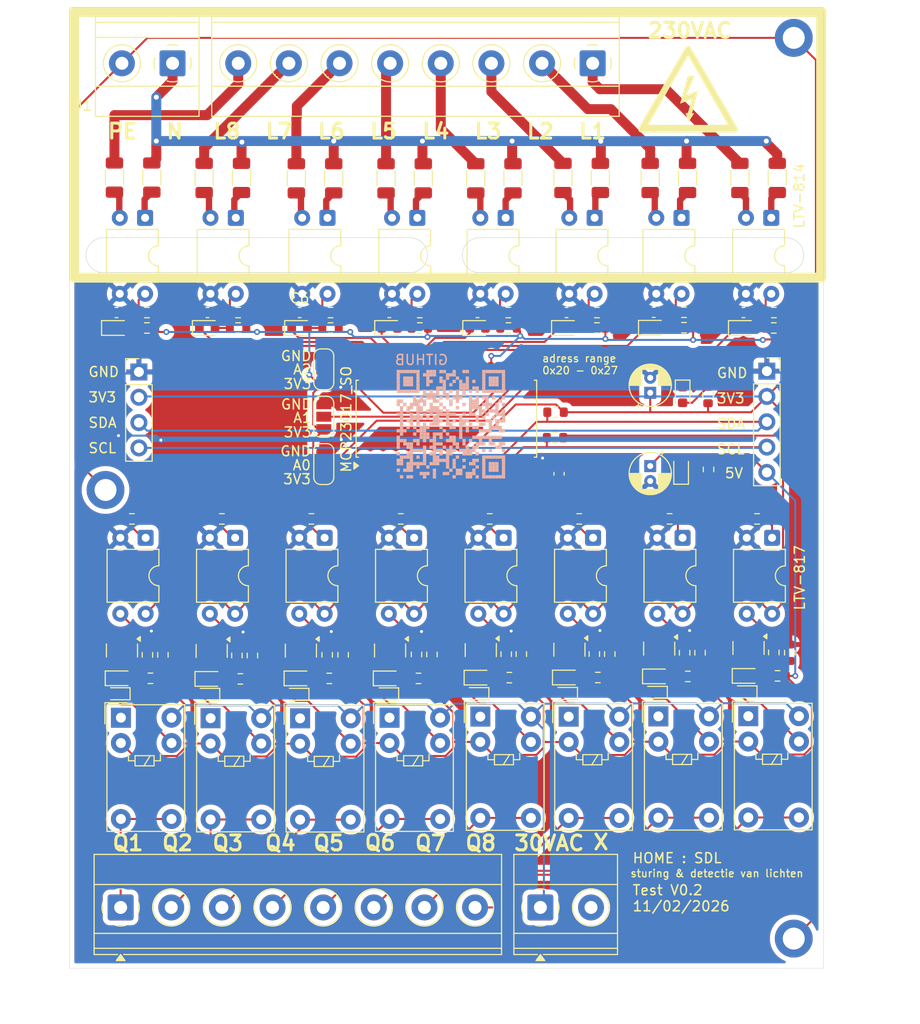
<source format=kicad_pcb>
(kicad_pcb (version 20241229) (generator "pcbnew") (generator_version "9.0")
  (layers (0 "F.Cu" signal) (4 "In1.Cu" signal) (6 "In2.Cu" signal) (2 "B.Cu" signal) (13 "F.Paste" user) (15 "B.Paste" user) (5 "F.SilkS" user "F.Silkscreen") (7 "B.SilkS" user "B.Silkscreen") (1 "F.Mask" user) (3 "B.Mask" user) (25 "Edge.Cuts" user))
  (net 0 "")
  (net 1 "GND")
  (net 2 "Net-(D1-A)")
  (net 3 "Net-(D2-A)")
  (net 4 "Net-(D3-A)")
  (net 5 "Net-(D4-A)")
  (net 6 "Net-(D5-A)")
  (net 7 "Net-(D6-A)")
  (net 8 "Net-(D7-A)")
  (net 9 "Net-(D8-A)")
  (net 10 "Net-(J0-Pin_4)")
  (net 11 "Net-(J0-Pin_3)")
  (net 12 "Net-(JP1-C)")
  (net 13 "Net-(JP2-C)")
  (net 14 "Net-(JP3-C)")
  (net 15 "Net-(R1-Pad2)")
  (net 16 "Net-(R2-Pad2)")
  (net 17 "Net-(R5-Pad2)")
  (net 18 "Net-(R6-Pad2)")
  (net 19 "Net-(R9-Pad2)")
  (net 20 "Net-(R10-Pad2)")
  (net 21 "Net-(R13-Pad2)")
  (net 22 "Net-(R14-Pad2)")
  (net 23 "Net-(R17-Pad2)")
  (net 24 "Net-(R18-Pad2)")
  (net 25 "Net-(R21-Pad2)")
  (net 26 "Net-(R22-Pad2)")
  (net 27 "Net-(R25-Pad2)")
  (net 28 "Net-(R26-Pad2)")
  (net 29 "Net-(R29-Pad2)")
  (net 30 "Net-(R30-Pad2)")
  (net 35 "/Octocouplers_circuit/GPA0")
  (net 36 "/Octocouplers_circuit/GPA1")
  (net 37 "/Octocouplers_circuit/GPA2")
  (net 38 "/Octocouplers_circuit/GPA3")
  (net 39 "/Octocouplers_circuit/GPA4")
  (net 40 "/Octocouplers_circuit/GPA5")
  (net 41 "/Octocouplers_circuit/GPA6")
  (net 42 "/Octocouplers_circuit/GPA7")
  (net 43 "/Octocouplers_circuit/L1")
  (net 44 "/Octocouplers_circuit/N")
  (net 45 "/Octocouplers_circuit/L2")
  (net 46 "/Octocouplers_circuit/L3")
  (net 47 "/Octocouplers_circuit/L4")
  (net 48 "/Octocouplers_circuit/L5")
  (net 49 "/Octocouplers_circuit/L6")
  (net 50 "/Octocouplers_circuit/L7")
  (net 51 "/Octocouplers_circuit/L8")
  (net 52 "Net-(D10-K)")
  (net 53 "Net-(D10-A)")
  (net 54 "Net-(D11-A)")
  (net 55 "Net-(D11-K)")
  (net 56 "Net-(D13-A)")
  (net 57 "Net-(D13-K)")
  (net 58 "Net-(D15-A)")
  (net 59 "Net-(D15-K)")
  (net 60 "Net-(D17-K)")
  (net 61 "Net-(D17-A)")
  (net 62 "Net-(D19-K)")
  (net 63 "Net-(D19-A)")
  (net 64 "Net-(D21-A)")
  (net 65 "Net-(D21-K)")
  (net 66 "Net-(D23-K)")
  (net 67 "Net-(D23-A)")
  (net 68 "Net-(J1-Pin_2)")
  (net 70 "/Relais_circuit/30VAC")
  (net 71 "/Relais_circuit/Q1")
  (net 73 "/Relais_circuit/Q2")
  (net 74 "/Relais_circuit/Q3")
  (net 77 "/Relais_circuit/Q4")
  (net 78 "/Relais_circuit/Q5")
  (net 80 "/Relais_circuit/Q6")
  (net 82 "/Relais_circuit/Q7")
  (net 84 "/Relais_circuit/Q8")
  (net 86 "Net-(Q1-B)")
  (net 87 "Net-(Q2-B)")
  (net 88 "Net-(Q3-B)")
  (net 89 "Net-(Q4-B)")
  (net 90 "Net-(Q5-B)")
  (net 91 "Net-(Q6-B)")
  (net 92 "Net-(Q7-B)")
  (net 93 "Net-(Q8-B)")
  (net 94 "Net-(R33-Pad1)")
  (net 95 "/Relais_circuit/PGB0")
  (net 96 "Net-(R35-Pad1)")
  (net 97 "/Relais_circuit/PGB1")
  (net 98 "Net-(R37-Pad1)")
  (net 99 "Net-(R39-Pad1)")
  (net 100 "Net-(R41-Pad1)")
  (net 101 "/Relais_circuit/PGB2")
  (net 102 "Net-(R43-Pad1)")
  (net 103 "/Relais_circuit/PGB3")
  (net 104 "Net-(R45-Pad1)")
  (net 105 "Net-(R47-Pad1)")
  (net 106 "Net-(R49-Pad1)")
  (net 107 "/Relais_circuit/PGB4")
  (net 108 "Net-(R51-Pad1)")
  (net 109 "Net-(R53-Pad1)")
  (net 110 "/Relais_circuit/PGB5")
  (net 111 "Net-(R55-Pad1)")
  (net 112 "Net-(R57-Pad1)")
  (net 113 "/Relais_circuit/PGB6")
  (net 114 "Net-(R59-Pad1)")
  (net 115 "Net-(R61-Pad1)")
  (net 116 "/Relais_circuit/PGB7")
  (net 117 "Net-(R63-Pad1)")
  (net 119 "+3.3V")
  (net 120 "+5V")
  (net 121 "Net-(D25-A)")
  (net 122 "Net-(D26-A)")
  (footprint "Jumper:SolderJumper-3_P1.3mm_Open_RoundedPad1.0x1.5mm_NumberLabels" (layer "F.Cu") (at 138.35 96.4 -90)
    (property "Reference" "JP1" (hide yes))
    (property "Value" "Jumper" (hide yes))
  )
  (footprint "Resistor_SMD:R_0603_1608Metric" (layer "F.Cu") (at 174.4925 82.725 180)
    (property "Reference" "R8" (hide yes))
    (property "Value" "470" (hide yes))
  )
  (footprint "LED_SMD:LED_0603_1608Metric" (layer "F.Cu") (at 126.65 82.75)
    (property "Reference" "D7" (hide yes))
    (property "Value" "LED" (hide yes))
  )
  (footprint "Diode_SMD:D_SOD-523" (layer "F.Cu") (at 180.55 119.25 180)
    (property "Reference" "D24" (hide yes))
    (property "Value" "1N4148" (hide yes))
  )
  (footprint "Resistor_SMD:R_0603_1608Metric" (layer "F.Cu") (at 119.1 101.9)
    (property "Reference" "R35" (hide yes))
    (property "Value" "470" (hide yes))
  )
  (footprint "TerminalBlock_Phoenix:TerminalBlock_Phoenix_MKDS-1,5-2-5.08_1x02_P5.08mm_Horizontal" (layer "F.Cu") (at 160.08 140.875)
    (property "Reference" "J4" (hide yes))
    (property "Value" "Screw_Terminal_01x02" (hide yes))
  )
  (footprint "Resistor_SMD:R_1206_3216Metric" (layer "F.Cu") (at 180.095 67.7 -90)
    (property "Reference" "R1" (hide yes))
    (property "Value" "100k" (hide yes))
  )
  (footprint "Package_TO_SOT_SMD:SOT-23" (layer "F.Cu") (at 118.1 115.1 -90)
    (property "Reference" "Q1" (hide yes))
    (property "Value" "NPN" (hide yes))
  )
  (footprint "Capacitor_THT:CP_Radial_D4.0mm_P1.50mm" (layer "F.Cu") (at 171.1 89.25 90)
    (property "Reference" "C11" (hide yes))
    (property "Value" "100µF" (hide yes))
  )
  (footprint "Diode_SMD:D_SOD-523" (layer "F.Cu") (at 135.6 119.5 180)
    (property "Reference" "D14" (hide yes))
    (property "Value" "1N4148" (hide yes))
  )
  (footprint "Package_DIP:DIP-4_W7.62mm" (layer "F.Cu") (at 147.735 71.7 -90)
    (property "Reference" "U6" (hide yes))
    (property "Value" "LTV-814" (hide yes))
  )
  (footprint "Capacitor_SMD:C_0603_1608Metric" (layer "F.Cu") (at 180.45 81.2)
    (property "Reference" "C1" (hide yes))
    (property "Value" "0.47µ" (hide yes))
  )
  (footprint "Resistor_SMD:R_0603_1608Metric" (layer "F.Cu") (at 120.655 115.54 -90)
    (property "Reference" "R33" (hide yes))
    (property "Value" "1k" (hide yes))
  )
  (footprint "Capacitor_SMD:C_0603_1608Metric" (layer "F.Cu") (at 126.675 81.2)
    (property "Reference" "C7" (hide yes))
    (property "Value" "0.47µ" (hide yes))
  )
  (footprint "Package_DIP:DIP-4_W7.62mm" (layer "F.Cu") (at 165.52 71.7 -90)
    (property "Reference" "U4" (hide yes))
    (property "Value" "LTV-814" (hide yes))
  )
  (footprint "Package_TO_SOT_SMD:SOT-23" (layer "F.Cu") (at 145 115.1 -90)
    (property "Reference" "Q4" (hide yes))
    (property "Value" "NPN" (hide yes))
  )
  (footprint "Resistor_SMD:R_0603_1608Metric" (layer "F.Cu") (at 155 101.9)
    (property "Reference" "R49" (hide yes))
    (property "Value" "470" (hide yes))
  )
  (footprint "Resistor_SMD:R_0603_1608Metric" (layer "F.Cu") (at 185.1 115.325 -90)
    (property "Reference" "R64" (hide yes))
    (property "Value" "10k" (hide yes))
  )
  (footprint "Resistor_SMD:R_0603_1608Metric" (layer "F.Cu") (at 120.955 117.89 180)
    (property "Reference" "R36" (hide yes))
    (property "Value" "470" (hide yes))
  )
  (footprint "Resistor_SMD:R_0603_1608Metric" (layer "F.Cu") (at 156.88 82.75 180)
    (property "Reference" "R16" (hide yes))
    (property "Value" "470" (hide yes))
  )
  (footprint "Relay_THT:Relay_SPDT_Omron_G5V-1" (layer "F.Cu") (at 171.92 121.71)
    (property "Reference" "K7" (hide yes))
    (property "Value" "G5V-1")
  )
  (footprint "Relay_THT:Relay_SPDT_Omron_G5V-1" (layer "F.Cu") (at 135.97 121.91)
    (property "Reference" "K3" (hide yes))
    (property "Value" "G5V-1" (hide yes))
  )
  (footprint "LED_SMD:LED_0603_1608Metric" (layer "F.Cu") (at 180.4375 82.75)
    (property "Reference" "D1" (hide yes))
    (property "Value" "LED" (hide yes))
  )
  (footprint "Resistor_SMD:R_1206_3216Metric" (layer "F.Cu") (at 183.845 67.7 -90)
    (property "Reference" "R2" (hide yes))
    (property "Value" "100k" (hide yes))
  )
  (footprint "Capacitor_SMD:C_0603_1608Metric" (layer "F.Cu") (at 162.7 81.2)
    (property "Reference" "C3" (hide yes))
    (property "Value" "0.47µ" (hide yes))
  )
  (footprint "LED_SMD:LED_0603_1608Metric" (layer "F.Cu") (at 174.2 96.9375 90)
    (property "Reference" "D25" (hide yes))
    (property "Value" "LED" (hide yes))
  )
  (footprint "Package_TO_SOT_SMD:SOT-23" (layer "F.Cu") (at 162.992143 115.0225 -90)
    (property "Reference" "Q6" (hide yes))
    (property "Value" "NPN" (hide yes))
  )
  (footprint "Package_DIP:DIP-4_W7.62mm" (layer "F.Cu") (at 183.325 103.795 -90)
    (property "Reference" "U18" (hide yes))
    (property "Value" "LTV-817")
  )
  (footprint "LED_SMD:LED_0603_1608Metric" (layer "F.Cu") (at 162.6875 82.75)
    (property "Reference" "D3" (hide yes))
    (property "Value" "LED" (hide yes))
  )
  (footprint "Resistor_SMD:R_0603_1608Metric" (layer "F.Cu") (at 174.4925 81.175 180)
    (property "Reference" "R7" (hide yes))
    (property "Value" "10k" (hide yes))
  )
  (footprint "Resistor_SMD:R_0603_1608Metric" (layer "F.Cu") (at 174.55 115.325 -90)
    (property "Reference" "R59" (hide yes))
    (property "Value" "1k" (hide yes))
  )
  (footprint "LED_SMD:LED_0603_1608Metric" (layer "F.Cu") (at 153.78 82.75)
    (property "Reference" "D4" (hide yes))
    (property "Value" "LED" (hide yes))
  )
  (footprint "Resistor_SMD:R_0603_1608Metric" (layer "F.Cu") (at 161.55 93.75 180)
    (property "Reference" "R68" (hide yes))
    (property "Value" "4.7k" (hide yes))
  )
  (footprint "Resistor_SMD:R_0603_1608Metric" (layer "F.Cu") (at 156.9625 117.825 180)
    (property "Reference" "R50" (hide yes))
    (property "Value" "470" (hide yes))
  )
  (footprint "Resistor_SMD:R_0603_1608Metric" (layer "F.Cu") (at 156.65 115.475 -90)
    (property "Reference" "R51" (hide yes))
    (property "Value" "1k" (hide yes))
  )
  (footprint "Package_DIP:DIP-4_W7.62mm" (layer "F.Cu") (at 183.245 71.7 -90)
    (property "Reference" "U1" (hide yes))
    (property "Value" "LTV-814")
  )
  (footprint "Diode_SMD:D_SOD-523" (layer "F.Cu") (at 144.6 119.45 180)
    (property "Reference" "D16" (hide yes))
    (property "Value" "1N4148" (hide yes))
  )
  (footprint "Resistor_SMD:R_0603_1608Metric" (layer "F.Cu") (at 176.9 89.475 90)
    (property "Reference" "R67" (hide yes))
    (property "Value" "470" (hide yes))
  )
  (footprint "Resistor_SMD:R_0603_1608Metric" (layer "F.Cu") (at 120.6 82.75 180)
    (property "Reference" "R32" (hide yes))
    (property "Value" "470" (hide yes))
  )
  (footprint "Resistor_SMD:R_0603_1608Metric" (layer "F.Cu") (at 128.125 101.9)
    (property "Reference" "R37" (hide yes))
    (property "Value" "470" (hide yes))
  )
  (footprint "LED_SMD:LED_0603_1608Metric" (layer "F.Cu") (at 153.9125 117.825)
    (property "Reference" "D17" (hide yes))
    (property "Value" "LED" (hide yes))
  )
  (footprint "Resistor_SMD:R_1206_3216Metric" (layer "F.Cu") (at 135.595 67.7375 -90)
    (property "Reference" "R21" (hide yes))
    (property "Value" "100k" (hide yes))
  )
  (footprint "Resistor_SMD:R_0603_1608Metric" (layer "F.Cu") (at 183.5075 81.2 180)
    (property "Reference" "R3" (hide yes))
    (property "Value" "10k" (hide yes))
  )
  (footprint "TerminalBlock_Phoenix:TerminalBlock_Phoenix_MKDS-1,5-2-5.08_1x02_P5.08mm_Horizontal" (layer "F.Cu") (at 123.175 56.2 180)
    (property "Reference" "J1")
    (property "Value" "Screw_Terminal_01x02")
  )
  (footprint "Resistor_SMD:R_0603_1608Metric" (layer "F.Cu") (at 181.825 101.9 180)
    (property "Reference" "R61" (hide yes))
    (property "Value" "470" (hide yes))
  )
  (footprint "Resistor_SMD:R_0603_1608Metric" (layer "F.Cu") (at 129.75 82.75 180)
    (property "Reference" "R28" (hide yes))
    (property "Value" "470" (hide yes))
  )
  (footprint "Resistor_SMD:R_1206_3216Metric" (layer "F.Cu") (at 174.845 67.7 -90)
    (property "Reference" "R6" (hide yes))
    (property "Value" "100k" (hide yes))
  )
  (footprint "TerminalBlock_Phoenix:TerminalBlock_Phoenix_MKDS-1,5-8-5.08_1x08_P5.08mm_Horizontal" (layer "F.Cu") (at 117.965 140.875)
    (property "Reference" "J3" (hide yes))
    (property "Value" "Screw_Terminal_01x08")
  )
  (footprint "LED_SMD:LED_0603_1608Metric" (layer "F.Cu") (at 180.8125 117.65)
    (property "Reference" "D23" (hide yes))
    (property "Value" "LED" (hide yes))
  )
  (footprint "LED_SMD:LED_0603_1608Metric" (layer "F.Cu") (at 126.9125 117.95)
    (property "Reference" "D11" (hide yes))
    (property "Value" "LED" (hide yes))
  )
  (footprint "MountingHole:MountingHole_2.2mm_M2_DIN965_Pad_TopBottom" (layer "F.Cu") (at 116.45 99)
    (property "Reference" "H1" (hide yes))
    (property "Value" "MountingHole_Pad" (hide yes))
  )
  (footprint "LED_SMD:LED_0603_1608Metric" (layer "F.Cu") (at 144.9425 82.75)
    (property "Reference" "D5" (hide yes))
    (property "Value" "LED" (hide yes))
  )
  (footprint "Resistor_SMD:R_0603_1608Metric" (layer "F.Cu") (at 163.975 101.9)
    (property "Reference" "R53" (hide yes))
    (property "Value" "470" (hide yes))
  )
  (footprint "Resistor_SMD:R_0603_1608Metric" (layer "F.Cu") (at 165.75 81.2 180)
    (property "Reference" "R11" (hide yes))
    (property "Value" "10k" (hide yes))
  )
  (footprint "Package_DIP:DIP-4_W7.62mm" (layer "F.Cu") (at 147.410714 103.795 -90)
    (property "Reference" "U14" (hide yes))
    (property "Value" "LTV-817")
  )
  (footprint "Resistor_SMD:R_0603_1608Metric" (layer "F.Cu") (at 139.025 82.75 180)
    (property "Reference" "R24" (hide yes))
    (property "Value" "470" (hide yes))
  )
  (footprint "Package_TO_SOT_SMD:SOT-23" (layer "F.Cu") (at 154.1 115.0625 -90)
    (property "Reference" "Q5" (hide yes))
    (property "Value" "NPN" (hide yes))
  )
  (footprint "Package_DIP:DIP-4_W7.62mm" (layer "F.Cu") (at 120.42 71.7 -90)
    (property "Reference" "U9" (hide yes))
    (property "Value" "LTV-814" (hide yes))
  )
  (footprint "Resistor_SMD:R_1206_3216Metric" (layer "F.Cu") (at 162.345 67.7 -90)
    (property "Reference" "R9" (hide yes))
    (property "Value" "100k" (hide yes))
  )
  (footprint "Resistor_SMD:R_0603_1608Metric" (layer "F.Cu") (at 156.855 81.2 180)
    (property "Reference" "R15" (hide yes))
    (property "Value" "10k" (hide yes))
  )
  (footprint "Resistor_SMD:R_1206_3216Metric" (layer "F.Cu") (at 126.345 67.7 -90)
    (property "Reference" "R25" (hide yes))
    (property "Value" "100k" (hide yes))
  )
  (footprint "Resistor_SMD:R_0603_1608Metric" (layer "F.Cu") (at 138.9 117.9 180)
    (property "Reference" "R42" (hide yes))
    (property "Value" "470" (hide yes))
  )
  (footprint "Resistor_SMD:R_0603_1608Metric" (layer "F.Cu") (at 149.2 115.5 -90)
    (property "Reference" "R48" (hide yes))
    (property "Value" "10k" (hide yes))
  )
  (footprint "Resistor_SMD:R_1206_3216Metric" (layer "F.Cu") (at 130.095 67.7 -90)
    (property "Reference" "R26" (hide yes))
    (property "Value" "100k" (hide yes))
  )
  (footprint "Resistor_SMD:R_1206_3216Metric" (layer "F.Cu") (at 153.595 67.7375 -90)
    (property "Reference" "R13" (hide yes))
    (property "Value" "100k")
  )
  (footprint "Package_DIP:DIP-4_W7.62mm" (layer "F.Cu") (at 129.453571 103.795 -90)
    (property "Reference" "U12" (hide yes))
    (property "Value" "LTV-817")
  )
  (footprint "Resistor_SMD:R_0603_1608Metric" (layer "F.Cu") (at 147.98 82.75 180)
    (property "Reference" "R20" (hide yes))
    (property "Value" "470" (hide yes))
  )
  (footprint "Resistor_SMD:R_0603_1608Metric" (layer "F.Cu") (at 174.875 117.7 180)
    (property "Reference" "R58" (hide yes))
    (property "Value" "470" (hide yes))
  )
  (footprint "Package_DIP:DIP-4_W7.62mm" (layer "F.Cu") (at 165.367857 103.795 -90)
    (property "Reference" "U16" (hide yes))
    (property "Value" "LTV-817")
  )
  (footprint "Resistor_SMD:R_1206_3216Metric" (layer "F.Cu") (at 148.33 67.7375 -90)
    (property "Reference" "R18" (hide yes))
    (property "Value" "100k" (hide yes))
  )
  (footprint "Resistor_SMD:R_0603_1608Metric" (layer "F.Cu") (at 183.5 82.75 180)
    (property "Reference" "R4" (hide yes))
    (property "Value" "470" (hide yes))
  )
  (footprint "Package_TO_SOT_SMD:SOT-23" (layer "F.Cu") (at 172 114.9125 -90)
    (property "Reference" "Q7" (hide yes))
    (property "Value" "NPN" (hide yes))
  )
  (footprint "Relay_THT:Relay_SPDT_Omron_G5V-1" (layer "F.Cu") (at 117.9925 121.8425)
    (property "Reference" "K1" (hide yes))
    (property "Value" "G5V-1")
  )
  (footprint "Package_TO_SOT_SMD:SOT-23" (layer "F.Cu") (at 180.9625 114.85 -90)
    (property "Reference" "Q8" (hide yes))
    (property "Value" "NPN" (hide yes))
  )
  (footprint "Resistor_SMD:R_0603_1608Metric" (layer "F.Cu") (at 165.492143 115.46 -90)
    (property "Reference" "R55" (hide yes))
    (property "Value" "1k" (hide yes))
  )
  (footprint "Connector_PinSocket_2.54mm:PinSocket_1x05_P2.54mm_Vertical" (layer "F.Cu") (at 182.8 87.08)
    (property "Reference" "J0" (hide yes))
    (property "Value" "Conn_01x05")
  )
  (footprint "Package_DIP:DIP-4_W7.62mm" (layer "F.Cu") (at 138.72 71.7 -90)
    (property "Reference" "U7" (hide yes))
    (property "Value" "LTV-814" (hide yes))
  )
  (footprint "Relay_THT:Relay_SPDT_Omron_G5V-1" (layer "F.Cu") (at 180.9425 121.6925)
    (property "Reference" "K8" (hide yes))
    (property "Value" "G5V-1")
  )
  (footprint "Resistor_SMD:R_0603_1608Metric" (layer "F.Cu") (at 165.75 82.75 180)
    (property "Reference" "R12" (hide yes))
    (property "Value" "470" (hide yes))
  )
  (footprint "LED_SMD:LED_0603_1608Metric" (layer "F.Cu") (at 162.779643 117.81)
    (property "Reference" "D19" (hide yes))
    (property "Value" "LED" (hide yes))
  )
  (footprint "Capacitor_SMD:C_0603_1608Metric" (layer "F.Cu") (at 144.925 81.2)
    (property "Reference" "C5" (hide yes))
    (property "Value" "0.47µ" (hide yes))
  )
  (footprint "Resistor_SMD:R_0603_1608Metric" (layer "F.Cu") (at 167.042143 115.46 -90)
    (property "Reference" "R56" (hide yes))
    (property "Value" "10k" (hide yes))
  )
  (footprint "Capacitor_SMD:C_0603_1608Metric" (layer "F.Cu") (at 117.55 81.2)
    (property "Reference" "C8" (hide yes))
    (property "Value" "0.47µ" (hide yes))
  )
  (footprint "Resistor_SMD:R_1206_3216Metric" (layer "F.Cu") (at 139.345 67.7375 -90)
    (property "Reference" "R22" (hide yes))
    (property "Value" "100k" (hide yes))
  )
  (footprint "Connector_PinHeader_2.54mm:PinHeader_1x04_P2.54mm_Vertical" (layer "F.Cu") (at 119.8 87.16)
    (property "Reference" "J5" (hide yes))
    (property "Value" "Conn_01x04" (hide yes))
  )
  (footprint "Resistor_SMD:R_0603_1608Metric" (layer "F.Cu") (at 122.205 115.54 -90)
    (property "Reference" "R34" (hide yes))
    (property "Value" "10k" (hide yes))
  )
  (footprint "Resistor_SMD:R_1206_3216Metric" (layer "F.Cu") (at 157.33 67.7375 -90)
    (property "Reference" "R14" (hide yes))
    (property "Value" "100k" (hide yes))
  )
  (footprint "LED_SMD:LED_0603_1608Metric" (layer "F.Cu") (at 144.8 117.9)
    (property "Reference" "D15" (hide yes))
    (property "Value" "LED" (hide yes))
  )
  (footprint "Resistor_SMD:R_0603_1608Metric" (layer "F.Cu") (at 129.75 81.2 180)
    (property "Reference" "R27" (hide yes))
    (property "Value" "10k" (hide yes))
  )
  (footprint "Capacitor_SMD:C_0603_1608Metric" (layer "F.Cu") (at 135.925 81.2)
    (property "Reference" "C6")
    (property "Value" "0.47µ" (hide yes))
  )
  (footprint "Package_TO_SOT_SMD:SOT-23" (layer "F.Cu") (at 136.05 115.1125 -90)
    (property "Reference" "Q3" (hide yes))
    (property "Value" "NPN" (hide yes))
  )
  (footprint "Resistor_SMD:R_0603_1608Metric" (layer "F.Cu") (at 147.85 117.9 180)
    (property "Reference" "R46" (hide yes))
    (property "Value" "470" (hide yes))
  )
  (footprint "LED_SMD:LED_0603_1608Metric" (layer "F.Cu") (at 135.85 117.9)
    (property "Reference" "D13" (hide yes))
    (property "Value" "LED" (hide yes))
  )
  (footprint "Diode_SMD:D_SOD-523" (layer "F.Cu") (at 117.655 119.44 180)
    (property "Reference" "D9" (hide yes))
    (property "Value" "1N4148" (hide yes))
  )
  (footprint "Resistor_SMD:R_0603_1608Metric" (layer "F.Cu") (at 176.95 96.9375 -90)
    (property "Reference" "R66" (hide yes))
    (property "Value" "470" (hide yes))
  )
  (footprint "Package_DIP:DIP-4_W7.62mm" (layer "F.Cu") (at 156.389286 103.795 -90)
    (property "Reference" "U15" (hide yes))
    (property "Value" "LTV-817")
  )
  (footprint "Resistor_SMD:R_0603_1608Metric" (layer "F.Cu") (at 137.1 101.9)
    (property "Reference" "R41" (hide yes))
    (property "Value" "470" (hide yes))
  )
  (footprint "Resistor_SMD:R_0603_1608Metric" (layer "F.Cu") (at 161.6 91.2 180)
    (property "Reference" "R65" (hide yes))
    (property "Value" "4.7k" (hide yes))
  )
  (footprint "Resistor_SMD:R_0603_1608Metric" (layer "F.Cu") (at 183.5 115.3 -90)
    (property "Reference" "R63" (hide yes))
    (property "Value" "1k" (hide yes))
  )
  (footprint "Diode_SMD:D_SOD-523" (layer "F.Cu") (at 153.65 119.425 180)
    (property "Reference" "D18" (hide yes))
    (property "Value" "1N4148" (hide yes))
  )
  (footprint "Jumper:SolderJumper-3_P1.3mm_Open_RoundedPad1.0x1.5mm_NumberLabels" (layer "F.Cu") (at 138.35 91.65 -90)
    (property "Reference" "JP2" (hide yes))
    (property "Value" "Jumper" (hide yes))
  )
  (footprint "Package_DIP:DIP-4_W7.62mm" (layer "F.Cu") (at 174.346429 103.795 -90)
    (property "Reference" "U17" (hide yes))
    (property "Value" "LTV-817")
  )
  (footprint "MountingHole:MountingHole_2.2mm_M2_DIN965_Pad_TopBottom" (layer "F.Cu") (at 185.5 144)
    (property "Reference" "H3" (hide yes))
    (property "Value" "MountingHole_Pad")
  )
  (footprint "Resistor_SMD:R_0603_1608Metric" (layer "F.Cu") (at 129.975 117.95 180)
    (property "Reference" "R38" (hide yes))
    (property "Value" "470" (hide yes))
  )
  (footprint "Relay_THT:Relay_SPDT_Omron_G5V-1" (layer "F.Cu") (at 144.9425 121.8425)
    (property "Reference" "K4" (hide yes))
    (property "Value" "G5V-1" (hide yes))
  )
  (footprint "Jumper:SolderJumper-3_P1.3mm_Open_RoundedPad1.0x1.5mm_NumberLabels" (layer "F.Cu") (at 138.35 86.9 -90)
    (property "Reference" "JP3" (hide yes))
    (property "Value" "Jumper" (hide yes))
  )
  (footprint "Package_DIP:DIP-4_W7.62mm" (layer "F.Cu") (at 174.245 71.7 -90)
    (property "Reference" "U3" (hide yes))
    (property "Value" "LTV-814" (hide yes))
  )
  (footprint "Capacitor_SMD:C_0603_1608Metric" (layer "F.Cu") (at 153.775 81.2)
    (property "Reference" "C4" (hide yes))
    (property "Value" "0.47µ" (hide yes))
  )
  (footprint "Capacitor_SMD:C_0603_1608Metric" (layer "F.Cu") (at 161.95 97.375 90)
    (property "Reference" "C100" (hide yes))
    (property "Value" "0.1µ" (hide yes))
  )
  (footprint "Diode_SMD:D_SOD-523" (layer "F.Cu") (at 162.542143 119.41 180)
    (property "Reference" "D20" (hide yes))
    (property "Value" "1N4148" (hide yes))
  )
  (footprint "LOGO" (layer "F.Cu") (at 174.9 58.8)
    (property "Reference" "G***" (hide yes))
    (property "Value" "LOGO" (hide yes))
  )
  (footprint "Resistor_SMD:R_1206_3216Metric" (layer "F.Cu") (at 171.095 67.7 -90)
    (property "Reference" "R5" (hide yes))
    (property "Value" "100k" (hide yes))
  )
  (footprint "Resistor_SMD:R_0603_1608Metric" (layer "F.Cu") (at 183.875 117.65 180)
    (property "Reference" "R62" (hide yes))
    (property "Value" "470" (hide yes))
  )
  (footprint "Resistor_SMD:R_0603_1608Metric" (layer "F.Cu") (at 140.2875 115.5375 -90)
    (property "Reference" "R44" (hide yes))
    (property "Value" "10k" (hide yes))
  )
  (footprint "Relay_THT:Relay_SPDT_Omron_G5V-1" (layer "F.Cu") (at 162.92 121.74)
    (property "Reference" "K6" (hide yes))
    (property "Value" "G5V-1")
  )
  (footprint "Capacitor_THT:CP_Radial_D4.0mm_P1.50mm" (layer "F.Cu") (at 171.1 96.6 -90)
    (property "Reference" "C10" (hide yes))
    (property "Value" "100µF" (hide yes))
  )
  (footprint "Package_DIP:DIP-4_W7.62mm" (layer "F.Cu") (at 129.52 71.7 -90)
    (property "Reference" "U8" (hide yes))
    (property "Value" "LTV-814" (hide yes))
  )
  (footprint "Resistor_SMD:R_0603_1608Metric" (layer "F.Cu") (at 120.6 81.2 180)
    (property "Reference" "R31" (hide yes))
    (property "Value" "10k" (hide yes))
  )
  (footprint "Resistor_SMD:R_0603_1608Metric" (layer "F.Cu") (at 131.1875 115.6 -90)
    (property "Reference" "R40" (hide yes))
    (property "Value" "10k" (hide yes))
  )
  (footprint "Resistor_SMD:R_0603_1608Metric" (layer "F.Cu") (at 138.6875 115.5375 -90)
    (property "Reference" "R43" (hide yes))
    (property "Value" "1k" (hide yes))
  )
  (footprint "Resistor_SMD:R_0603_1608Metric" (layer "F.Cu") (at 129.631306 115.6 -90)
    (property "Reference" "R39" (hide yes))
    (property "Value" "1k" (hide yes))
  )
  (footprint "MountingHole:MountingHole_2.2mm_M2_DIN965_Pad_TopBottom" (layer "F.Cu") (at 185.5 53.65)
    (property "Reference" "H2" (hide yes))
    (property "Value" "MountingHole_Pad" (hide yes))
  )
  (footprint "Package_TO_SOT_SMD:SOT-23" (layer "F.Cu") (at 127.1 115.15 -90)
    (property "Reference" "Q2" (hide yes))
    (property "Value" "NPN" (hide yes))
  )
  (footprint "LED_SMD:LED_0603_1608Metric" (layer "F.Cu") (at 135.9125 82.75)
    (property "Reference" "D6" (hide yes))
    (property "Value" "LED" (hide yes))
  )
  (footprint "Package_DIP:DIP-4_W7.62mm" (layer "F.Cu") (at 138.432143 103.795 -90)
    (property "Reference" "U13" (hide yes))
    (property "Value" "LTV-817")
  )
  (footprint "Resistor_SMD:R_0603_1608Metric" (layer "F.Cu") (at 173.05 101.9 180)
    (property "Reference" "R57" (hide yes))
    (property "Value" "470" (hide yes))
  )
  (footprint "Relay_THT:Relay_SPDT_Omron_G5V-1" (layer "F.Cu") (at 154.05 121.735)
    (property "Reference" "K5" (hide yes))
    (property "Value" "G5V-1")
  )
  (footprint "Capacitor_SMD:C_0603_1608Metric" (layer "F.Cu") (at 171.45 81.175)
    (property "Reference" "C2" (hide yes))
    (property "Value" "0.47µ" (hide yes))
  )
  (footprint "Resistor_SMD:R_0603_1608Metric" (layer "F.Cu") (at 139.025 81.2 180)
    (property "Reference" "R23" (hide yes))
    (property "Value" "10k" (hide yes))
  )
  (footprint "LED_SMD:LED_0603_1608Metric" (layer "F.Cu") (at 117.5375 82.75)
    (property "Reference" "D8" (hide yes))
    (property "Value" "LED" (hide yes))
  )
  (footprint "Resistor_SMD:R_0603_1608Metric" (layer "F.Cu") (at 165.842143 117.81 180)
    (property "Reference" "R54" (hide yes))
    (property "Value" "470" (hide yes))
  )
  (footprint "Resistor_SMD:R_1206_3216Metric" (layer "F.Cu") (at 166.095 67.7 -90)
    (property "Reference" "R10" (hide yes))
    (property "Value" "100k" (hide yes))
  )
  (footprint "TerminalBlock_Phoenix:TerminalBlock_Phoenix_MKDS-1,5-8-5.08_1x08_P5.08mm_Horizontal" (layer "F.Cu") (at 165.325 56.2 180)
    (property "Reference" "J2" (hide yes))
    (property "Value" "Screw_Terminal_01x08")
  )
  (footprint "Resistor_SMD:R_0603_1608Metric" (layer "F.Cu") (at 176.1 115.325 -90)
    (property "Reference" "R60" (hide yes))
    (property "Value" "10k" (hide yes))
  )
  (footprint "LED_SMD:LED_0603_1608Metric" (layer "F.Cu") (at 117.905 117.89)
    (property "Reference" "D10" (hide yes))
    (property "Value" "LED" (hide yes))
  )
  (footprint "Package_DIP:DIP-4_W7.62mm" (layer "F.Cu") (at 120.475 103.795 -90)
    (property "Reference" "U11" (hide yes))
    (property "Value" "LTV-817")
  )
  (footprint "Resistor_SMD:R_0603_1608Metric" (layer "F.Cu") (at 158.167611 115.465 -90)
    (property "Reference" "R52" (hide yes))
    (property "Value" "10k" (hide yes))
  )
  (footprint "LED_SMD:LED_0603_1608Metric" (layer "F.Cu") (at 171.41 82.725)
    (property "Reference" "D2" (hide yes))
    (property "Value" "LED" (hide yes))
  )
  (footprint "Diode_SMD:D_SOD-523" (layer "F.Cu") (at 171.55 119.3 180)
    (property "Reference" "D22" (hide yes))
    (property "Value" "1N4148" (hide yes))
  )
  (footprint "Resistor_SMD:R_0603_1608Metric" (layer "F.Cu") (at 147.65 115.5 -90)
    (property "Reference" "R47" (hide yes))
    (property "Value" "1k" (hide yes))
  )
  (footprint "Package_DIP:DIP-4_W7.62mm" (layer "F.Cu") (at 156.595 71.7 -90)
    (property "Reference" "U5" (hide yes))
    (property "Value" "LTV-814" (hide yes))
  )
  (footprint "Resistor_SMD:R_0603_1608Metric" (layer "F.Cu") (at 146.075 101.9)
    (property "Reference" "R45" (hide yes))
    (property "Value" "470" (hide yes))
  )
  (footprint "Package_SO:SOIC-28W_7.5x17.9mm_P1.27mm" (layer "F.Cu") (at 150.65 91.85 90)
    (property "Reference" "U2" (hide yes))
    (property "Value" "MCP23017_SO")
  )
  (footprint "LED_SMD:LED_0603_1608Metric" (layer "F.Cu") (at 171.8125 117.7)
    (property "Reference" "D21" (hide yes))
    (property "Value" "LED" (hide yes))
  )
  (footprint "Resistor_SMD:R_1206_3216Metric" (layer "F.Cu") (at 117.345 67.6625 -90)
    (property "Reference" "R29" (hide yes))
    (property "Value" "100k" (hide yes))
  )
  (footprint "LED_SMD:LED_0603_1608Metric" (layer "F.Cu") (at 174.35 89.4625 -90)
    (property "Reference" "D26" (hide yes))
    (property "Value" "LED" (hide yes))
  )
  (footprint "Resistor_SMD:R_1206_3216Metric" (layer "F.Cu") (at 144.595 67.7375 -90)
    (property "Reference" "R17" (hide yes))
    (property "Value" "100k" (hide yes))
  )
  (footprint "Diode_SMD:D_SOD-523" (layer "F.Cu") (at 126.65 119.5 180)
    (property "Reference" "D12" (hide yes))
    (property "Value" "1N4148" (hide yes))
  )
  (footprint "Relay_THT:Relay_SPDT_Omron_G5V-1" (layer "F.Cu") (at 126.9925 121.8925)
    (property "Reference" "K2" (hide yes))
    (property "Value" "G5V-1" (hide yes))
  )
  (footprint "Resistor_SMD:R_1206_3216Metric" (layer "F.Cu") (at 121.095 67.6625 -90)
    (property "Reference" "R30" (hide yes))
    (property "Value" "100k" (hide yes))
  )
  (footprint "Resistor_SMD:R_0603_1608Metric" (layer "F.Cu") (at 147.98 81.2 180)
    (property "Reference" "R19" (hide yes))
    (property "Value" "10k" (hide yes))
  )
  (footprint "Library:https___github.com_KbeDemy_Sturing-en-detectie-van-lampen" (layer "B.Cu") (at 151.1 92.4 180)
    (property "Reference" "GITHUB")
    (property "Value" "DOCS" (hide yes))
  )
  (gr_line (start 113.3 51.05) (end 113.3 77.2125) (stroke (width 1)) (layer "F.SilkS"))
  (gr_line (start 188.25 77.7) (end 113.3 77.7) (stroke (width 1)) (layer "F.SilkS"))
  (gr_line (start 188.3 51.05) (end 113.3 51.05) (stroke (width 1)) (layer "F.SilkS"))
  (gr_line (start 188.25 51.05) (end 188.25 77.5125) (stroke (width 1)) (layer "F.SilkS"))
  (gr_line (start 184.745 77.2) (end 153.995 77.2) (stroke (width 0.05)) (layer "Edge.Cuts"))
  (gr_arc (start 116.245 77.2) (mid 114.495 75.45) (end 116.245 73.7) (stroke (width 0.05)) (layer "Edge.Cuts"))
  (gr_line (start 153.995 73.7) (end 184.745 73.7) (stroke (width 0.05)) (layer "Edge.Cuts"))
  (gr_arc (start 184.745 73.7) (mid 186.495 75.45) (end 184.745 77.2) (stroke (width 0.05)) (layer "Edge.Cuts"))
  (gr_arc (start 153.995 77.2) (mid 152.245 75.45) (end 153.995 73.7) (stroke (width 0.05)) (layer "Edge.Cuts"))
  (gr_line (start 146.995 77.2) (end 116.245 77.2) (stroke (width 0.05)) (layer "Edge.Cuts"))
  (gr_line (start 146.995 73.7) (end 116.245 73.7) (stroke (width 0.05)) (layer "Edge.Cuts"))
  (gr_rect (start 112.83 50.625) (end 188.48 146.975) (stroke (width 0.0381)) (fill no) (layer "Edge.Cuts"))
  (gr_arc (start 146.995 73.7) (mid 148.745 75.45) (end 146.995 77.2) (stroke (width 0.05)) (layer "Edge.Cuts"))
  (gr_text "Q7" (at 147.35 135.3 0) (layer "F.SilkS") (effects (font (size 1.5 1.5) (thickness 0.3) (bold yes)) (justify left bottom)))
  (gr_text "Q4" (at 132.3 135.3 0) (layer "F.SilkS") (effects (font (size 1.5 1.5) (thickness 0.3) (bold yes)) (justify left bottom)))
  (gr_text "230VAC\n\n" (at 170.7 56.2 0) (layer "F.SilkS") (effects (font (size 1.5 1.5) (thickness 0.3) (bold yes)) (justify left bottom)))
  (gr_text "L6\n" (at 137.595635 63.9 0) (layer "F.SilkS") (effects (font (size 1.5 1.5) (thickness 0.3) (bold yes)) (justify left bottom)))
  (gr_text "sturing & detectie van lichten" (at 169.05 137.9 0) (layer "F.SilkS") (effects (font (size 0.75 0.75) (thickness 0.125) (bold yes)) (justify left bottom)))
  (gr_text "3V3\n" (at 114.65 90.29 0) (layer "F.SilkS") (effects (font (size 1 1)) (justify left bottom)))
  (gr_text "adress range\n0x20 - 0x27\n" (at 160.2 87.45 0) (layer "F.SilkS") (effects (font (size 0.75 0.75) (thickness 0.125) (bold yes)) (justify left bottom)))
  (gr_text "SDA" (at 114.65 92.84 0) (layer "F.SilkS") (effects (font (size 1 1)) (justify left bottom)))
  (gr_text "SCL" (at 177.7 95.5 0) (layer "F.SilkS") (effects (font (size 1 1)) (justify left bottom)))
  (gr_text "Q2" (at 121.975 135.3 0) (layer "F.SilkS") (effects (font (size 1.5 1.5) (thickness 0.3) (bold yes)) (justify left bottom)))
  (gr_text "GND" (at 177.7 87.85 0) (layer "F.SilkS") (effects (font (size 1 1)) (justify left bottom)))
  (gr_text "A2\n\n" (at 135.188095 89.1 0) (layer "F.SilkS") (effects (font (size 1 1)) (justify left bottom)))
  (gr_text "L1" (at 163.8 63.9 0) (layer "F.SilkS") (effects (font (size 1.5 1.5) (thickness 0.3) (bold yes)) (justify left bottom)))
  (gr_text "3V3\n" (at 134.185714 98.5 0) (layer "F.SilkS") (effects (font (size 1 1)) (justify left bottom)))
  (gr_text "L8\n" (at 127.113889 63.9 0) (layer "F.SilkS") (effects (font (size 1.5 1.5) (thickness 0.3) (bold yes)) (justify left bottom)))
  (gr_text "A0\n" (at 135.138095 97.1 0) (layer "F.SilkS") (effects (font (size 1 1)) (justify left bottom)))
  (gr_text "Q5" (at 137.15 135.3 0) (layer "F.SilkS") (effects (font (size 1.5 1.5) (thickness 0.3) (bold yes)) (justify left bottom)))
  (gr_text "SDA" (at 177.7 92.95 0) (layer "F.SilkS") (effects (font (size 1 1)) (justify left bottom)))
  (gr_text "L3" (at 153.318254 63.9 0) (layer "F.SilkS") (effects (font (size 1.5 1.5) (thickness 0.3)) (justify left bottom)))
  (gr_text "SCL" (at 114.65 95.39 0) (layer "F.SilkS") (effects (font (size 1 1)) (justify left bottom)))
  (gr_text "L7" (at 132.354762 63.9 0) (layer "F.SilkS") (effects (font (size 1.5 1.5) (thickness 0.3) (bold yes)) (justify left bottom)))
  (gr_text "X" (at 165.245 135.205 0) (layer "F.SilkS") (effects (font (size 1.5 1.5) (thickness 0.3) (bold yes)) (justify left bottom)))
  (gr_text "N" (at 122.40873 63.9 0) (layer "F.SilkS") (effects (font (size 1.5 1.5) (thickness 0.3) (bold yes)) (justify left bottom)))
  (gr_text "3V3\n" (at 177.7 90.4 0) (layer "F.SilkS") (effects (font (size 1 1)) (justify left bottom)))
  (gr_text "A1\n\n" (at 135.2 93.95 0) (layer "F.SilkS") (effects (font (size 1 1)) (justify left bottom)))
  (gr_text "GND" (at 133.9 95.7 0) (layer "F.SilkS") (effects (font (size 1 1)) (justify left bottom)))
  (gr_text "PE\n" (at 116.525 63.9 0) (layer "F.SilkS") (effects (font (size 1.5 1.5) (thickness 0.3) (bold yes)) (justify left bottom)))
  (gr_text "Q6" (at 142.3 135.25 0) (layer "F.SilkS") (effects (font (size 1.5 1.5) (thickness 0.3) (bold yes)) (justify left bottom)))
  (gr_text "GND" (at 133.961905 91 0) (layer "F.SilkS") (effects (font (size 1 1)) (justify left bottom)))
  (gr_text "30VAC" (at 157.3 135.3 0) (layer "F.SilkS") (effects (font (size 1.5 1.5) (thickness 0.3) (bold yes)) (justify left bottom)))
  (gr_text "HOME : SDL\n\nTest V0.2\n11/02/2026\n\n" (at 169.25 142.95 0) (layer "F.SilkS") (effects (font (size 1 1)) (justify left bottom)))
  (gr_text "3V3\n" (at 134.235714 88.95 0) (layer "F.SilkS") (effects (font (size 1 1)) (justify left bottom)))
  (gr_text "L2" (at 158.559127 63.9 0) (layer "F.SilkS") (effects (font (size 1.5 1.5) (thickness 0.3)) (justify left bottom)))
  (gr_text "Q8" (at 152.4 135.3 0) (layer "F.SilkS") (effects (font (size 1.5 1.5) (thickness 0.3) (bold yes)) (justify left bottom)))
  (gr_text "L5\n" (at 142.836508 63.9 0) (layer "F.SilkS") (effects (font (size 1.5 1.5) (thickness 0.3) (bold yes)) (justify left bottom)))
  (gr_text "Q3" (at 127.025 135.3 0) (layer "F.SilkS") (effects (font (size 1.5 1.5) (thickness 0.3) (bold yes)) (justify left bottom)))
  (gr_text "GND" (at 114.65 87.74 0) (layer "F.SilkS") (effects (font (size 1 1)) (justify left bottom)))
  (gr_text "3V3\n" (at 134.247619 93.8 0) (layer "F.SilkS") (effects (font (size 1 1)) (justify left bottom)))
  (gr_text "L4" (at 148.077381 63.9 0) (layer "F.SilkS") (effects (font (size 1.5 1.5) (thickness 0.3) (bold yes)) (justify left bottom)))
  (gr_text "5V" (at 178.5 97.9 0) (layer "F.SilkS") (effects (font (size 1 1)) (justify left bottom)))
  (gr_text "Q1\n" (at 117 135.3 0) (layer "F.SilkS") (effects (font (size 1.5 1.5) (thickness 0.3) (bold yes)) (justify left bottom)))
  (gr_text "GND" (at 133.95 86.15 0) (layer "F.SilkS") (effects (font (size 1 1)) (justify left bottom)))
  (segment (start 140 94.05) (end 140.1 93.95) (width 0.2) (layer "F.Cu") (net 1))
  (segment (start 153.825 97.675) (end 153.825 96.5) (width 0.2) (layer "F.Cu") (net 1))
  (via (at 148.15 113.2) (size 0.6) (drill 0.3) (layers "F.Cu" "B.Cu") (net 1))
  (via (at 121.05 113.15) (size 0.6) (drill 0.3) (layers "F.Cu" "B.Cu") (net 1))
  (via (at 157.15 113.15) (size 0.6) (drill 0.3) (layers "F.Cu" "B.Cu") (net 1))
  (via (at 175.05 113.1) (size 0.6) (drill 0.3) (layers "F.Cu" "B.Cu") (net 1))
  (via (at 140.1 93.95) (size 0.6) (drill 0.3) (layers "F.Cu" "B.Cu") (net 1))
  (via (at 166.05 113.1) (size 0.6) (drill 0.3) (layers "F.Cu" "B.Cu") (net 1))
  (via (at 130.25 113.25) (size 0.6) (drill 0.3) (layers "F.Cu" "B.Cu") (net 1))
  (via (at 160.3 95.8) (size 0.6) (drill 0.3) (layers "F.Cu" "B.Cu") (net 1))
  (via (at 140.05 88.7) (size 0.6) (drill 0.3) (layers "F.Cu" "B.Cu") (net 1))
  (via (at 139.1 113.2) (size 0.6) (drill 0.3) (layers "F.Cu" "B.Cu") (net 1))
  (via (at 122 94) (size 0.6) (drill 0.3) (layers "F.Cu" "B.Cu") (net 1))
  (via (at 117.75 93.55) (size 0.6) (drill 0.3) (layers "F.Cu" "B.Cu") (net 1))
  (segment (start 122 94) (end 121.55 93.55) (width 0.2) (layer "B.Cu") (net 1))
  (segment (start 121.55 93.55) (end 117.75 93.55) (width 0.2) (layer "B.Cu") (net 1))
  (segment (start 182.675 82.75) (end 181.225 82.75) (width 0.2) (layer "F.Cu") (net 2))
  (segment (start 172.1975 82.725) (end 173.6675 82.725) (width 0.2) (layer "F.Cu") (net 3))
  (segment (start 163.475 82.75) (end 164.925 82.75) (width 0.2) (layer "F.Cu") (net 4))
  (segment (start 156.055 82.75) (end 154.5675 82.75) (width 0.2) (layer "F.Cu") (net 5))
  (segment (start 145.73 82.75) (end 147.155 82.75) (width 0.2) (layer "F.Cu") (net 6))
  (segment (start 136.7 82.75) (end 138.2 82.75) (width 0.2) (layer "F.Cu") (net 7))
  (segment (start 128.925 82.75) (end 127.4375 82.75) (width 0.2) (layer "F.Cu") (net 8))
  (segment (start 118.325 82.75) (end 119.775 82.75) (width 0.2) (layer "F.Cu") (net 9))
  (segment (start 158.410001 94.7) (end 157.635 95.475001) (width 0.2) (layer "F.Cu") (net 10))
  (segment (start 182.8 94.7) (end 160.75 94.7) (width 0.2) (layer "F.Cu") (net 10))
  (segment (start 160.75 94.7) (end 158.410001 94.7) (width 0.2) (layer "F.Cu") (net 10))
  (segment (start 157.635 95.475001) (end 157.635 96.5) (width 0.2) (layer "F.Cu") (net 10))
  (segment (start 160.725 94.675) (end 160.75 94.7) (width 0.2) (layer "F.Cu") (net 10))
  (segment (start 157.8 96.665) (end 157.635 96.5) (width 0.2) (layer "F.Cu") (net 10))
  (segment (start 160.725 93.75) (end 160.725 94.675) (width 0.2) (layer "F.Cu") (net 10))
  (segment (start 182.72 94.78) (end 182.8 94.7) (width 0.2) (layer "B.Cu") (net 10))
  (segment (start 119.8 94.78) (end 182.72 94.78) (width 0.2) (layer "B.Cu") (net 10))
  (segment (start 159.680001 92.16) (end 160.75 92.16) (width 0.2) (layer "F.Cu") (net 11))
  (segment (start 160.85 92.16) (end 182.8 92.16) (width 0.2) (layer "F.Cu") (net 11))
  (segment (start 160.775 92.135) (end 160.75 92.16) (width 0.2) (layer "F.Cu") (net 11))
  (segment (start 156.365 95.475001) (end 159.680001 92.16) (width 0.2) (layer "F.Cu") (net 11))
  (segment (start 160.775 91.2) (end 160.775 92.135) (width 0.2) (layer "F.Cu") (net 11))
  (segment (start 156.365 96.5) (end 156.365 95.475001) (width 0.2) (layer "F.Cu") (net 11))
  (segment (start 156.25 96.615) (end 156.365 96.5) (width 0.2) (layer "F.Cu") (net 11))
  (segment (start 160.75 92.16) (end 160.85 92.16) (width 0.2) (layer "F.Cu") (net 11))
  (segment (start 181.91 93.05) (end 182.8 92.16) (width 0.2) (layer "B.Cu") (net 11))
  (segment (start 119.8 92.24) (end 120.61 93.05) (width 0.2) (layer "B.Cu") (net 11))
  (segment (start 120.61 93.05) (end 181.91 93.05) (width 0.2) (layer "B.Cu") (net 11))
  (segment (start 155.078999 92.051) (end 158.905 88.224999) (width 0.2) (layer "F.Cu") (net 12))
  (segment (start 138.35 96.4) (end 139.3 96.4) (width 0.2) (layer "F.Cu") (net 12))
  (segment (start 143.649 92.051) (end 155.078999 92.051) (width 0.2) (layer "F.Cu") (net 12))
  (segment (start 139.3 96.4) (end 143.649 92.051) (width 0.2) (layer "F.Cu") (net 12))
  (segment (start 158.905 88.224999) (end 158.905 87.2) (width 0.2) (layer "F.Cu") (net 12))
  (segment (start 138.35 91.65) (end 154.209999 91.65) (width 0.2) (layer "F.Cu") (net 13))
  (segment (start 157.635 88.224999) (end 157.635 87.2) (width 0.2) (layer "F.Cu") (net 13))
  (segment (start 154.209999 91.65) (end 157.635 88.224999) (width 0.2) (layer "F.Cu") (net 13))
  (segment (start 144.320968 91.249) (end 153.340999 91.249) (width 0.2) (layer "F.Cu") (net 14))
  (segment (start 153.340999 91.249) (end 156.365 88.224999) (width 0.2) (layer "F.Cu") (net 14))
  (segment (start 156.365 88.224999) (end 156.365 87.2) (width 0.2) (layer "F.Cu") (net 14))
  (segment (start 139.971968 86.9) (end 144.320968 91.249) (width 0.2) (layer "F.Cu") (net 14))
  (segment (start 138.35 86.9) (end 139.971968 86.9) (width 0.2) (layer "F.Cu") (net 14))
  (segment (start 180.705 69.7725) (end 180.095 69.1625) (width 0.635) (layer "F.Cu") (net 15))
  (segment (start 180.705 71.7) (end 180.705 69.7725) (width 0.635) (layer "F.Cu") (net 15))
  (segment (start 183.245 69.7625) (end 183.845 69.1625) (width 0.635) (layer "F.Cu") (net 16))
  (segment (start 183.245 71.7) (end 183.245 69.7625) (width 0.635) (layer "F.Cu") (net 16))
  (segment (start 171.555 69.6225) (end 171.095 69.1625) (width 0.635) (layer "F.Cu") (net 17))
  (segment (start 171.555 71.7) (end 171.555 69.6225) (width 0.635) (layer "F.Cu") (net 17))
  (segment (start 174.095 69.9125) (end 174.845 69.1625) (width 0.635) (layer "F.Cu") (net 18))
  (segment (start 174.095 71.7) (end 174.095 69.9125) (width 0.635) (layer "F.Cu") (net 18))
  (segment (start 163.055 71.7) (end 163.055 69.8725) (width 0.635) (layer "F.Cu") (net 19))
  (segment (start 163.055 69.8725) (end 162.345 69.1625) (width 0.635) (layer "F.Cu") (net 19))
  (segment (start 165.595 69.6625) (end 166.095 69.1625) (width 0.635) (layer "F.Cu") (net 20))
  (segment (start 165.595 71.7) (end 165.595 69.6625) (width 0.635) (layer "F.Cu") (net 20))
  (segment (start 154.055 69.66) (end 153.595 69.2) (width 0.635) (layer "F.Cu") (net 21))
  (segment (start 154.055 71.7) (end 154.055 69.66) (width 0.635) (layer "F.Cu") (net 21))
  (segment (start 156.595 69.935) (end 157.33 69.2) (width 0.635) (layer "F.Cu") (net 22))
  (segment (start 156.595 71.7) (end 156.595 69.935) (width 0.635) (layer "F.Cu") (net 22))
  (segment (start 145.055 69.66) (end 144.595 69.2) (width 0.635) (layer "F.Cu") (net 23))
  (segment (start 145.055 71.7) (end 145.055 69.66) (width 0.635) (layer "F.Cu") (net 23))
  (segment (start 147.595 71.7) (end 147.595 69.935) (width 0.635) (layer "F.Cu") (net 24))
  (segment (start 147.595 69.935) (end 148.33 69.2) (width 0.635) (layer "F.Cu") (net 24))
  (segment (start 136.055 71.7) (end 136.055 69.66) (width 0.635) (layer "F.Cu") (net 25))
  (segment (start 136.055 69.66) (end 135.595 69.2) (width 0.635) (layer "F.Cu") (net 25))
  (segment (start 138.595 69.95) (end 139.345 69.2) (width 0.635) (layer "F.Cu") (net 26))
  (segment (start 138.595 71.7) (end 138.595 69.95) (width 0.635) (layer "F.Cu") (net 26))
  (segment (start 126.83 69.6475) (end 126.345 69.1625) (width 0.635) (layer "F.Cu") (net 27))
  (segment (start 126.83 71.395) (end 126.83 69.6475) (width 0.635) (layer "F.Cu") (net 27))
  (segment (start 129.37 71.395) (end 129.37 69.8875) (width 0.635) (layer "F.Cu") (net 28))
  (segment (start 129.37 69.8875) (end 130.095 69.1625) (width 0.635) (layer "F.Cu") (net 28))
  (segment (start 117.83 69.61) (end 117.345 69.125) (width 0.635) (layer "F.Cu") (net 29))
  (segment (start 117.83 71.395) (end 117.83 69.61) (width 0.635) (layer "F.Cu") (net 29))
  (segment (start 120.37 69.85) (end 121.095 69.125) (width 0.635) (layer "F.Cu") (net 30))
  (segment (start 120.37 71.395) (end 120.37 69.85) (width 0.635) (layer "F.Cu") (net 30))
  (segment (start 182.6825 79.8825) (end 183.245 79.32) (width 0.2) (layer "F.Cu") (net 35))
  (segment (start 179.65 82.75) (end 179.675 82.75) (width 0.2) (layer "F.Cu") (net 35))
  (segment (start 151.3 87.185) (end 151.3 85.85) (width 0.2) (layer "F.Cu") (net 35))
  (segment (start 181.225 81.2) (end 182.6825 81.2) (width 0.2) (layer "F.Cu") (net 35))
  (segment (start 151.285 87.2) (end 151.3 87.185) (width 0.2) (layer "F.Cu") (net 35))
  (segment (start 151.3 85.85) (end 152.197 84.953) (width 0.2) (layer "F.Cu") (net 35))
  (segment (start 152.197 84.953) (end 177.447 84.953) (width 0.2) (layer "F.Cu") (net 35))
  (segment (start 179.675 82.75) (end 181.225 81.2) (width 0.2) (layer "F.Cu") (net 35))
  (segment (start 182.6825 81.2) (end 182.6825 79.8825) (width 0.2) (layer "F.Cu") (net 35))
  (segment (start 177.447 84.953) (end 179.65 82.75) (width 0.2) (layer "F.Cu") (net 35))
  (segment (start 173.6675 81.175) (end 173.6675 79.8975) (width 0.2) (layer "F.Cu") (net 36))
  (segment (start 173.6675 79.8975) (end 174.245 79.32) (width 0.2) (layer "F.Cu") (net 36))
  (segment (start 173.6675 81.175) (end 172.225 81.175) (width 0.2) (layer "F.Cu") (net 36))
  (segment (start 150.015 87.2) (end 150.015 85.865) (width 0.2) (layer "F.Cu") (net 36))
  (segment (start 168.7955 84.552) (end 170.6225 82.725) (width 0.2) (layer "F.Cu") (net 36))
  (segment (start 150 85.85) (end 151.298 84.552) (width 0.2) (layer "F.Cu") (net 36))
  (segment (start 170.6225 82.725) (end 170.675 82.725) (width 0.2) (layer "F.Cu") (net 36))
  (segment (start 170.675 82.725) (end 172.225 81.175) (width 0.2) (layer "F.Cu") (net 36))
  (segment (start 150.015 85.865) (end 150 85.85) (width 0.2) (layer "F.Cu") (net 36))
  (segment (start 151.298 84.552) (end 168.7955 84.552) (width 0.2) (layer "F.Cu") (net 36))
  (segment (start 164.925 81.2) (end 164.925 79.915) (width 0.2) (layer "F.Cu") (net 37))
  (segment (start 161.95 82.75) (end 161.975 82.75) (width 0.2) (layer "F.Cu") (net 37))
  (segment (start 150.399 84.151) (end 160.499 84.151) (width 0.2) (layer "F.Cu") (net 37))
  (segment (start 163.525 81.2) (end 164.975 81.2) (width 0.2) (layer "F.Cu") (net 37))
  (segment (start 161.9 83) (end 161.9 82.75) (width 0.2) (layer "F.Cu") (net 37))
  (segment (start 148.745 87.2) (end 148.745 85.805) (width 0.2) (layer "F.Cu") (net 37))
  (segment (start 164.925 79.915) (end 165.52 79.32) (width 0.2) (layer "F.Cu") (net 37))
  (segment (start 161.975 82.75) (end 163.525 81.2) (width 0.2) (layer "F.Cu") (net 37))
  (segment (start 148.745 85.805) (end 150.399 84.151) (width 0.2) (layer "F.Cu") (net 37))
  (segment (start 160.499 84.151) (end 161.9 82.75) (width 0.2) (layer "F.Cu") (net 37))
  (segment (start 147.5 87.175) (end 147.5 85.75) (width 0.2) (layer "F.Cu") (net 38))
  (segment (start 156.595 80.1) (end 156.595 79.32) (width 0.2) (layer "F.Cu") (net 38))
  (segment (start 149.5 83.75) (end 152.5 83.75) (width 0.2) (layer "F.Cu") (net 38))
  (segment (start 147.5 85.75) (end 149.5 83.75) (width 0.2) (layer "F.Cu") (net 38))
  (segment (start 147.475 87.2) (end 147.5 87.175) (width 0.2) (layer "F.Cu") (net 38))
  (segment (start 152.5 83.75) (end 152.9925 83.2575) (width 0.2) (layer "F.Cu") (net 38))
  (segment (start 153 82.75) (end 154.55 81.2) (width 0.2) (layer "F.Cu") (net 38))
  (segment (start 156.03 81.2) (end 156.03 79.885) (width 0.2) (layer "F.Cu") (net 38))
  (segment (start 154.55 81.2) (end 156.03 81.2) (width 0.2) (layer "F.Cu") (net 38))
  (segment (start 156.03 79.885) (end 156.595 79.32) (width 0.2) (layer "F.Cu") (net 38))
  (segment (start 152.9925 83.2575) (end 152.9925 82.75) (width 0.2) (layer "F.Cu") (net 38))
  (segment (start 146.205 87.2) (end 146.205 85.655) (width 0.2) (layer "F.Cu") (net 39))
  (segment (start 144.155 83.605) (end 144.155 82.75) (width 0.2) (layer "F.Cu") (net 39))
  (segment (start 147.155 79.9) (end 147.735 79.32) (width 0.2) (layer "F.Cu") (net 39))
  (segment (start 146.205 85.655) (end 144.155 83.605) (width 0.2) (layer "F.Cu") (net 39))
  (segment (start 147.7825 79.3825) (end 147.72 79.32) (width 0.2) (layer "F.Cu") (net 39))
  (segment (start 147.155 81.2) (end 147.155 79.9) (width 0.2) (layer "F.Cu") (net 39))
  (segment (start 145.7 81.2) (end 147.155 81.2) (width 0.2) (layer "F.Cu") (net 39))
  (segment (start 145.7 81.2) (end 145.7 81.205) (width 0.2) (layer "F.Cu") (net 39))
  (segment (start 145.7 81.205) (end 144.155 82.75) (width 0.2) (layer "F.Cu") (net 39))
  (segment (start 135.15 82.75) (end 135.125 82.75) (width 0.2) (layer "F.Cu") (net 40))
  (segment (start 136.7 81.2) (end 138.2 81.2) (width 0.2) (layer "F.Cu") (net 40))
  (segment (start 136.7 81.2) (end 135.15 82.75) (width 0.2) (layer "F.Cu") (net 40))
  (segment (start 138.2 79.84) (end 138.72 79.32) (width 0.2) (layer "F.Cu") (net 40))
  (segment (start 135.125 83.025) (end 135.125 82.75) (width 0.2) (layer "F.Cu") (net 40))
  (segment (start 143.05 83.75) (end 135.85 83.75) (width 0.2) (layer "F.Cu") (net 40))
  (segment (start 144.935 85.635) (end 143.05 83.75) (width 0.2) (layer "F.Cu") (net 40))
  (segment (start 138.2 81.2) (end 138.2 79.84) (width 0.2) (layer "F.Cu") (net 40))
  (segment (start 135.85 83.75) (end 135.125 83.025) (width 0.2) (layer "F.Cu") (net 40))
  (segment (start 144.935 87.2) (end 144.935 85.635) (width 0.2) (layer "F.Cu") (net 40))
  (segment (start 128.925 81.2) (end 128.925 79.915) (width 0.2) (layer "F.Cu") (net 41))
  (segment (start 125.8625 82.9115) (end 125.8625 82.75) (width 0.2) (layer "F.Cu") (net 41))
  (segment (start 125.9 82.75) (end 127.45 81.2) (width 0.2) (layer "F.Cu") (net 41))
  (segment (start 143.665 87.2) (end 143.665 85.615) (width 0.2) (layer "F.Cu") (net 41))
  (segment (start 142.201 84.151) (end 127.2635 84.151) (width 0.2) (layer "F.Cu") (net 41))
  (segment (start 143.665 85.615) (end 142.201 84.151) (width 0.2) (layer "F.Cu") (net 41))
  (segment (start 128.925 81.2) (end 127.45 81.2) (width 0.2) (layer "F.Cu") (net 41))
  (segment (start 125.8625 82.75) (end 125.9 82.75) (width 0.2) (layer "F.Cu") (net 41))
  (segment (start 127.2635 84.151) (end 125.8625 82.75) (width 0.2) (layer "F.Cu") (net 41))
  (segment (start 128.925 79.915) (end 129.52 79.32) (width 0.2) (layer "F.Cu") (net 41))
  (segment (start 142.395 85.472101) (end 141.474899 84.552) (width 0.2) (layer "F.Cu") (net 42))
  (segment (start 119.775 81.2) (end 119.775 79.965) (width 0.2) (layer "F.Cu") (net 42))
  (segment (start 118.325 81.2) (end 116.775 82.75) (width 0.2) (layer "F.Cu") (net 42))
  (segment (start 118.552 84.552) (end 116.75 82.75) (width 0.2) (layer "F.Cu") (net 42))
  (segment (start 142.395 87.2) (end 142.395 85.472101) (width 0.2) (layer "F.Cu") (net 42))
  (segment (start 119.775 79.965) (end 120.42 79.32) (width 0.2) (layer "F.Cu") (net 42))
  (segment (start 141.474899 84.552) (end 118.552 84.552) (width 0.2) (layer "F.Cu") (net 42))
  (segment (start 119.775 81.2) (end 118.325 81.2) (width 0.2) (layer "F.Cu") (net 42))
  (segment (start 180.095 66.2375) (end 172.6575 58.8) (width 1) (layer "F.Cu") (net 43))
  (segment (start 165.325 58.08) (end 165.325 56.2) (width 1) (layer "F.Cu") (net 43))
  (segment (start 172.6575 58.8) (end 166.045 58.8) (width 1) (layer "F.Cu") (net 43))
  (segment (start 166.045 58.8) (end 165.325 58.08) (width 1) (layer "F.Cu") (net 43))
  (segment (start 148.245 66.19) (end 148.33 66.275) (width 1) (layer "F.Cu") (net 44))
  (segment (start 157.245 66.19) (end 157.33 66.275) (width 1) (layer "F.Cu") (net 44))
  (segment (start 182.745 64.2) (end 183.845 65.3) (width 1) (layer "F.Cu") (net 44))
  (segment (start 121.545 65.75) (end 121.095 66.2) (width 1) (layer "F.Cu") (net 44))
  (segment (start 166.145 66.1875) (end 166.095 66.2375) (width 1) (layer "F.Cu") (net 44))
  (segment (start 130.13456 64.101) (end 130.13556 64.102) (width 1) (layer "F.Cu") (net 44))
  (segment (start 148.245 64) (end 148.245 66.19) (width 1) (layer "F.Cu") (net 44))
  (segment (start 157.245 64) (end 157.245 66.19) (width 1) (layer "F.Cu") (net 44))
  (segment (start 166.145 64.014214) (end 166.145 66.1875) (width 1) (layer "F.Cu") (net 44))
  (segment (start 121.545 64) (end 121.545 65.75) (width 1) (layer "F.Cu") (net 44))
  (segment (start 123.175 56.2) (end 123.175 57.97) (width 1) (layer "F.Cu") (net 44))
  (segment (start 130.095 64.14256) (end 130.13556 64.102) (width 1) (layer "F.Cu") (net 44))
  (segment (start 174.745 64) (end 174.745 66.1375) (width 1) (layer "F.Cu") (net 44))
  (segment (start 139.345 64) (end 139.345 66.275) (width 1) (layer "F.Cu") (net 44))
  (segment (start 123.175 57.97) (end 121.545 59.6) (width 1) (layer "F.Cu") (net 44))
  (segment (start 130.095 66.2375) (end 130.095 64.14256) (width 1) (layer "F.Cu") (net 44))
  (segment (start 174.745 66.1375) (end 174.845 66.2375) (width 1) (layer "F.Cu") (net 44))
  (segment (start 182.745 64) (end 182.745 64.2) (width 1) (layer "F.Cu") (net 44))
  (segment (start 183.845 65.3) (end 183.845 66.2375) (width 1) (layer "F.Cu") (net 44))
  (via (at 121.545 59.6) (size 1) (drill 0.5) (layers "F.Cu" "B.Cu") (net 44))
  (via (at 174.745 64) (size 1) (drill 0.5) (layers "F.Cu" "B.Cu") (net 44))
  (via (at 157.245 64) (size 1) (drill 0.5) (layers "F.Cu" "B.Cu") (net 44))
  (via (at 130.13556 64.102) (size 1) (drill 0.5) (layers "F.Cu" "B.Cu") (net 44))
  (via (at 166.145 64.014214) (size 1) (drill 0.5) (layers "F.Cu" "B.Cu") (net 44))
  (via (at 121.545 64) (size 1) (drill 0.5) (layers "F.Cu" "B.Cu") (net 44))
  (via (at 148.245 64) (size 1) (drill 0.5) (layers "F.Cu" "B.Cu") (net 44))
  (via (at 182.745 64) (size 1) (drill 0.5) (layers "F.Cu" "B.Cu") (net 44))
  (via (at 139.345 64) (size 1) (drill 0.5) (layers "F.Cu" "B.Cu") (net 44))
  (segment (start 130.23556 64) (end 139.345 64) (width 1) (layer "B.Cu") (net 44))
  (segment (start 130.13456 64.101) (end 130.23556 64) (width 1) (layer "B.Cu") (net 44))
  (segment (start 148.245 64) (end 157.245 64) (width 1) (layer "B.Cu") (net 44))
  (segment (start 121.545 64) (end 130.03356 64) (width 1) (layer "B.Cu") (net 44))
  (segment (start 121.545 59.6) (end 121.545 64) (width 1) (layer "B.Cu") (net 44))
  (segment (start 166.145 64.014214) (end 165.230786 64.014214) (width 1) (layer "B.Cu") (net 44))
  (segment (start 166.145 64.014214) (end 174.730786 64.014214) (width 1) (layer "B.Cu") (net 44))
  (segment (start 174.730786 64.014214) (end 174.745 64) (width 1) (layer "B.Cu") (net 44))
  (segment (start 130.03356 64) (end 130.13456 64.101) (width 1) (layer "B.Cu") (net 44))
  (segment (start 165.216572 64) (end 157.245 64) (width 1) (layer "B.Cu") (net 44))
  (segment (start 139.345 64) (end 148.245 64) (width 1) (layer "B.Cu") (net 44))
  (segment (start 165.230786 64.014214) (end 165.216572 64) (width 1) (layer "B.Cu") (net 44))
  (segment (start 182.745 64) (end 174.745 64) (width 1) (layer "B.Cu") (net 44))
  (segment (start 167.146 60.801) (end 171.095 64.75) (width 1) (layer "F.Cu") (net 45))
  (segment (start 171.095 64.75) (end 171.095 66.2375) (width 1) (layer "F.Cu") (net 45))
  (segment (start 164.846 60.801) (end 167.146 60.801) (width 1) (layer "F.Cu") (net 45))
  (segment (start 160.245 56.2) (end 164.846 60.801) (width 1) (layer "F.Cu") (net 45))
  (segment (start 155.165 59.0575) (end 155.165 56.2) (width 1) (layer "F.Cu") (net 46))
  (segment (start 162.345 66.2375) (end 155.165 59.0575) (width 1) (layer "F.Cu") (net 46))
  (segment (start 153.595 66.275) (end 150.085 62.765) (width 1) (layer "F.Cu") (net 47))
  (segment (start 150.085 62.765) (end 150.085 56.2) (width 1) (layer "F.Cu") (net 47))
  (segment (start 144.595 66.275) (end 144.595 56.61) (width 1) (layer "F.Cu") (net 48))
  (segment (start 144.595 56.61) (end 145.005 56.2) (width 1) (layer "F.Cu") (net 48))
  (segment (start 135.595 61.65) (end 135.645 61.6) (width 1) (layer "F.Cu") (net 49))
  (segment (start 135.595 66.275) (end 135.595 61.65) (width 1) (layer "F.Cu") (net 49))
  (segment (start 135.645 61.6) (end 135.645 60.48) (width 1) (layer "F.Cu") (net 49))
  (segment (start 135.645 60.48) (end 139.925 56.2) (width 1) (layer "F.Cu") (net 49))
  (segment (start 126.345 64.7) (end 134.845 56.2) (width 1) (layer "F.Cu") (net 50))
  (segment (start 126.345 66.2375) (end 126.345 64.7) (width 1) (layer "F.Cu") (net 50))
  (segment (start 134.145 56.2) (end 134.845 56.2) (width 1) (layer "F.Cu") (net 50))
  (segment (start 117.345 61.4) (end 126.645 61.4) (width 1) (layer "F.Cu") (net 51))
  (segment (start 117.345 66.2) (end 117.345 61.4) (width 1) (layer "F.Cu") (net 51))
  (segment (start 129.765 58.28) (end 129.765 56.2) (width 1) (layer "F.Cu") (net 51))
  (segment (start 126.645 61.4) (end 129.765 58.28) (width 1) (layer "F.Cu") (net 51))
  (segment (start 116.955 119.44) (end 116.955 118.0525) (width 0.2) (layer "F.Cu") (net 52))
  (segment (start 118.0565 120.5415) (end 116.955 119.44) (width 0.2) (layer "F.Cu") (net 52))
  (segment (start 118.1 116.9) (end 118.1 116.0375) (width 0.2) (layer "F.Cu") (net 52))
  (segment (start 117.1175 117.8825) (end 118.1 116.9) (width 0.2) (layer "F.Cu") (net 52))
  (segment (start 123.0725 124.3825) (end 119.2315 120.5415) (width 0.2) (layer "F.Cu") (net 52))
  (segment (start 119.2315 120.5415) (end 118.0565 120.5415) (width 0.2) (layer "F.Cu") (net 52))
  (segment (start 116.955 118.0525) (end 117.1175 117.89) (width 0.2) (layer "F.Cu") (net 52))
  (segment (start 117.1175 117.89) (end 117.1175 117.8825) (width 0.2) (layer "F.Cu") (net 52))
  (segment (start 120.13 117.89) (end 118.6925 117.89) (width 0.2) (layer "F.Cu") (net 53))
  (segment (start 129.15 117.95) (end 127.7 117.95) (width 0.2) (layer "F.Cu") (net 54))
  (segment (start 125.95 118.125) (end 126.125 117.95) (width 0.2) (layer "F.Cu") (net 55))
  (segment (start 128.2315 120.5915) (end 127.0415 120.5915) (width 0.2) (layer "F.Cu") (net 55))
  (segment (start 125.95 119.5) (end 125.95 118.125) (width 0.2) (layer "F.Cu") (net 55))
  (segment (start 126.125 117.0625) (end 127.1 116.0875) (width 0.2) (layer "F.Cu") (net 55))
  (segment (start 132.0725 124.4325) (end 128.2315 120.5915) (width 0.2) (layer "F.Cu") (net 55))
  (segment (start 126.125 117.95) (end 126.125 117.0625) (width 0.2) (layer "F.Cu") (net 55))
  (segment (start 127.0415 120.5915) (end 125.95 119.5) (width 0.2) (layer "F.Cu") (net 55))
  (segment (start 126.125 117.95) (end 126.125 118.2125) (width 0.2) (layer "F.Cu") (net 55))
  (segment (start 138.075 117.9) (end 136.6375 117.9) (width 0.2) (layer "F.Cu") (net 56))
  (segment (start 141.05 124.45) (end 136.751 120.151) (width 0.2) (layer "F.Cu") (net 57))
  (segment (start 134.9 119.5) (end 134.9 118.0625) (width 0.2) (layer "F.Cu") (net 57))
  (segment (start 134.9 118.0625) (end 135.0625 117.9) (width 0.2) (layer "F.Cu") (net 57))
  (segment (start 135.551 120.151) (end 134.9 119.5) (width 0.2) (layer "F.Cu") (net 57))
  (segment (start 135.0625 117.0375) (end 136.05 116.05) (width 0.2) (layer "F.Cu") (net 57))
  (segment (start 135.0625 117.9) (end 135.0625 117.0375) (width 0.2) (layer "F.Cu") (net 57))
  (segment (start 136.751 120.151) (end 135.551 120.151) (width 0.2) (layer "F.Cu") (net 57))
  (segment (start 147.025 117.9) (end 145.5875 117.9) (width 0.2) (layer "F.Cu") (net 58))
  (segment (start 144.0125 117.025) (end 145 116.0375) (width 0.2) (layer "F.Cu") (net 59))
  (segment (start 144.0125 117.9) (end 144.0125 117.025) (width 0.2) (layer "F.Cu") (net 59))
  (segment (start 144.9915 120.5415) (end 143.9 119.45) (width 0.2) (layer "F.Cu") (net 59))
  (segment (start 146.1815 120.5415) (end 144.9915 120.5415) (width 0.2) (layer "F.Cu") (net 59))
  (segment (start 150.0225 124.3825) (end 146.1815 120.5415) (width 0.2) (layer "F.Cu") (net 59))
  (segment (start 144.0125 117.9) (end 144.0125 119.3375) (width 0.2) (layer "F.Cu") (net 59))
  (segment (start 144.0125 119.3375) (end 143.9 119.45) (width 0.2) (layer "F.Cu") (net 59))
  (segment (start 152.95 119.425) (end 152.95 118) (width 0.2) (layer "F.Cu") (net 60))
  (segment (start 152.95 119.425) (end 152.9 119.425) (width 0.2) (layer "F.Cu") (net 60))
  (segment (start 152.95 118) (end 153.125 117.825) (width 0.2) (layer "F.Cu") (net 60))
  (segment (start 153.125 116.975) (end 154.1 116) (width 0.2) (layer "F.Cu") (net 60))
  (segment (start 153.959 120.434) (end 152.95 119.425) (width 0.2) (layer "F.Cu") (net 60))
  (segment (start 155.289 120.434) (end 153.959 120.434) (width 0.2) (layer "F.Cu") (net 60))
  (segment (start 159.13 124.275) (end 155.289 120.434) (width 0.2) (layer "F.Cu") (net 60))
  (segment (start 153.125 117.825) (end 153.125 116.975) (width 0.2) (layer "F.Cu") (net 60))
  (segment (start 156.1375 117.825) (end 154.7 117.825) (width 0.2) (layer "F.Cu") (net 61))
  (segment (start 164.159 120.439) (end 162.871143 120.439) (width 0.2) (layer "F.Cu") (net 62))
  (segment (start 161.992143 116.96) (end 162.992143 115.96) (width 0.2) (layer "F.Cu") (net 62))
  (segment (start 168 124.28) (end 164.159 120.439) (width 0.2) (layer "F.Cu") (net 62))
  (segment (start 161.992143 117.81) (end 161.992143 116.96) (width 0.2) (layer "F.Cu") (net 62))
  (segment (start 161.842143 117.96) (end 161.992143 117.81) (width 0.2) (layer "F.Cu") (net 62))
  (segment (start 162.871143 120.439) (end 161.842143 119.41) (width 0.2) (layer "F.Cu") (net 62))
  (segment (start 161.842143 119.41) (end 161.842143 117.96) (width 0.2) (layer "F.Cu") (net 62))
  (segment (start 163.567143 117.81) (end 165.017143 117.81) (width 0.2) (layer "F.Cu") (net 63))
  (segment (start 172.6 117.7) (end 174.05 117.7) (width 0.2) (layer "F.Cu") (net 64))
  (segment (start 171.025 116.825) (end 172 115.85) (width 0.2) (layer "F.Cu") (net 65))
  (segment (start 171.501 119.951) (end 172.701 119.951) (width 0.2) (layer "F.Cu") (net 65))
  (segment (start 171.025 117.7) (end 171.025 116.825) (width 0.2) (layer "F.Cu") (net 65))
  (segment (start 170.85 117.875) (end 171.025 117.7) (width 0.2) (layer "F.Cu") (net 65))
  (segment (start 170.85 119.3) (end 171.501 119.951) (width 0.2) (layer "F.Cu") (net 65))
  (segment (start 177 124.25) (end 172.701 119.951) (width 0.2) (layer "F.Cu") (net 65))
  (segment (start 170.85 119.3) (end 170.85 117.875) (width 0.2) (layer "F.Cu") (net 65))
  (segment (start 179.85 119.25) (end 179.85 117.825) (width 0.2) (layer "F.Cu") (net 66))
  (segment (start 182.1815 120.3915) (end 180.9915 120.3915) (width 0.2) (layer "F.Cu") (net 66))
  (segment (start 180.025 117.65) (end 180.025 116.725) (width 0.2) (layer "F.Cu") (net 66))
  (segment (start 180.9915 120.3915) (end 179.85 119.25) (width 0.2) (layer "F.Cu") (net 66))
  (segment (start 186.0225 124.2325) (end 182.1815 120.3915) (width 0.2) (layer "F.Cu") (net 66))
  (segment (start 180.025 116.725) (end 180.9625 115.7875) (width 0.2) (layer "F.Cu") (net 66))
  (segment (start 179.85 117.825) (end 180.025 117.65) (width 0.2) (layer "F.Cu") (net 66))
  (segment (start 183.05 117.65) (end 181.6 117.65) (width 0.2) (layer "F.Cu") (net 67))
  (segment (start 187.7245 141.7755) (end 187.7245 55.8745) (width 0.2) (layer "F.Cu") (net 68))
  (segment (start 120.645 53.65) (end 118.095 56.2) (width 0.2) (layer "F.Cu") (net 68))
  (segment (start 116.45 99) (end 113.431 95.981) (width 0.2) (layer "F.Cu") (net 68))
  (segment (start 185.5 144) (end 187.7245 141.7755) (width 0.2) (layer "F.Cu") (net 68))
  (segment (start 113.431 60.864) (end 118.095 56.2) (width 0.2) (layer "F.Cu") (net 68))
  (segment (start 185.5 53.65) (end 120.645 53.65) (width 0.2) (layer "F.Cu") (net 68))
  (segment (start 187.7245 55.8745) (end 185.5 53.65) (width 0.2) (layer "F.Cu") (net 68))
  (segment (start 113.431 95.981) (end 113.431 60.864) (width 0.2) (layer "F.Cu") (net 68))
  (segment (start 159.13 121.735) (end 160.426 120.439) (width 0.2) (layer "B.Cu") (net 70))
  (segment (start 160.431 140.524) (end 160.431 123.036) (width 0.2) (layer "B.Cu") (net 70))
  (segment (start 175.699 120.409) (end 177 121.71) (width 0.2) (layer "B.Cu") (net 70))
  (segment (start 178.3185 120.3915) (end 184.7215 120.3915) (width 0.2) (layer "B.Cu") (net 70))
  (segment (start 168 121.74) (end 169.331 120.409) (width 0.2) (layer "B.Cu") (net 70))
  (segment (start 160.426 120.439) (end 166.699 120.439) (width 0.2) (layer "B.Cu") (net 70))
  (segment (start 132.0725 121.8925) (end 133.356 120.609) (width 0.2) (layer "B.Cu") (net 70))
  (segment (start 157.829 120.434) (end 151.431 120.434) (width 0.2) (layer "B.Cu") (net 70))
  (segment (start 139.749 120.609) (end 141.05 121.91) (width 0.2) (layer "B.Cu") (net 70))
  (segment (start 133.356 120.609) (end 139.749 120.609) (width 0.2) (layer "B.Cu") (net 70))
  (segment (start 148.7215 120.5415) (end 142.4185 120.5415) (width 0.2) (layer "B.Cu") (net 70))
  (segment (start 150.0225 121.8425) (end 148.7215 120.5415) (width 0.2) (layer "B.Cu") (net 70))
  (segment (start 123.0725 121.8425) (end 124.3235 120.5915) (width 0.2) (layer "B.Cu") (net 70))
  (segment (start 166.699 120.439) (end 168 121.74) (width 0.2) (layer "B.Cu") (net 70))
  (segment (start 184.7215 120.3915) (end 186.0225 121.6925) (width 0.2) (layer "B.Cu") (net 70))
  (segment (start 160.431 123.036) (end 159.13 121.735) (width 0.2) (layer "B.Cu") (net 70))
  (segment (start 124.3235 120.5915) (end 130.7715 120.5915) (width 0.2) (layer "B.Cu") (net 70))
  (segment (start 130.7715 120.5915) (end 132.0725 121.8925) (width 0.2) (layer "B.Cu") (net 70))
  (segment (start 160.08 140.875) (end 160.431 140.524) (width 0.2) (layer "B.Cu") (net 70))
  (segment (start 142.4185 120.5415) (end 141.05 121.91) (width 0.2) (layer "B.Cu") (net 70))
  (segment (start 169.331 120.409) (end 175.699 120.409) (width 0.2) (layer "B.Cu") (net 70))
  (segment (start 151.431 120.434) (end 150.0225 121.8425) (width 0.2) (layer "B.Cu") (net 70))
  (segment (start 177 121.71) (end 178.3185 120.3915) (width 0.2) (layer "B.Cu") (net 70))
  (segment (start 159.13 121.735) (end 157.829 120.434) (width 0.2) (layer "B.Cu") (net 70))
  (segment (start 117.965 140.875) (end 117.965 132.03) (width 0.2) (layer "F.Cu") (net 71))
  (segment (start 123.0725 132.0025) (end 117.9925 132.0025) (width 0.2) (layer "F.Cu") (net 71))
  (segment (start 117.965 132.03) (end 117.9925 132.0025) (width 0.2) (layer "F.Cu") (net 71))
  (segment (start 132.0725 132.0525) (end 126.9925 132.0525) (width 0.2) (layer "F.Cu") (net 73))
  (segment (start 126.9925 136.9275) (end 126.9925 132.0525) (width 0.2) (layer "F.Cu") (net 73))
  (segment (start 123.045 140.875) (end 126.9925 136.9275) (width 0.2) (layer "F.Cu") (net 73))
  (segment (start 141.05 132.07) (end 135.97 132.07) (width 0.2) (layer "F.Cu") (net 74))
  (segment (start 135.97 133.03) (end 135.97 132.07) (width 0.2) (layer "F.Cu") (net 74))
  (segment (start 128.125 140.875) (end 135.97 133.03) (width 0.2) (layer "F.Cu") (net 74))
  (segment (start 136.83 137.25) (end 139.695 137.25) (width 0.2) (layer "F.Cu") (net 77))
  (segment (start 139.695 137.25) (end 144.9425 132.0025) (width 0.2) (layer "F.Cu") (net 77))
  (segment (start 133.205 140.875) (end 136.83 137.25) (width 0.2) (layer "F.Cu") (net 77))
  (segment (start 150.0225 132.0025) (end 144.9425 132.0025) (width 0.2) (layer "F.Cu") (net 77))
  (segment (start 150.395 135.55) (end 154.05 131.895) (width 0.2) (layer "F.Cu") (net 78))
  (segment (start 154.05 131.895) (end 159.13 131.895) (width 0.2) (layer "F.Cu") (net 78))
  (segment (start 143.61 135.55) (end 150.395 135.55) (width 0.2) (layer "F.Cu") (net 78))
  (segment (start 138.285 140.875) (end 143.61 135.55) (width 0.2) (layer "F.Cu") (net 78))
  (segment (start 162.92 131.9) (end 168 131.9) (width 0.2) (layer "F.Cu") (net 80))
  (segment (start 143.365 140.875) (end 147.84 136.4) (width 0.2) (layer "F.Cu") (net 80))
  (segment (start 158.42 136.4) (end 162.92 131.9) (width 0.2) (layer "F.Cu") (net 80))
  (segment (start 147.84 136.4) (end 158.42 136.4) (width 0.2) (layer "F.Cu") (net 80))
  (segment (start 148.445 140.875) (end 151.72 137.6) (width 0.2) (layer "F.Cu") (net 82))
  (segment (start 166.593143 137.196857) (end 171.92 131.87) (width 0.2) (layer "F.Cu") (net 82))
  (segment (start 154.95 137.6) (end 155.353143 137.196857) (width 0.2) (layer "F.Cu") (net 82))
  (segment (start 177 131.87) (end 171.92 131.87) (width 0.2) (layer "F.Cu") (net 82))
  (segment (start 151.72 137.6) (end 154.95 137.6) (width 0.2) (layer "F.Cu") (net 82))
  (segment (start 155.353143 137.196857) (end 166.593143 137.196857) (width 0.2) (layer "F.Cu") (net 82))
  (segment (start 180.9425 131.8525) (end 186.0225 131.8525) (width 0.2) (layer "F.Cu") (net 84))
  (segment (start 175.197143 137.597857) (end 180.9425 131.8525) (width 0.2) (layer "F.Cu") (net 84))
  (segment (start 153.525 140.875) (end 155.363477 140.875) (width 0.2) (layer "F.Cu") (net 84))
  (segment (start 158.64062 137.597857) (end 175.197143 137.597857) (width 0.2) (layer "F.Cu") (net 84))
  (segment (start 155.363477 140.875) (end 158.64062 137.597857) (width 0.2) (layer "F.Cu") (net 84))
  (segment (start 119.05 114.1625) (end 119.05 114.76) (width 0.2) (layer "F.Cu") (net 86))
  (segment (start 119.05 114.76) (end 120.655 116.365) (width 0.2) (layer "F.Cu") (net 86))
  (segment (start 122.205 116.365) (end 120.655 116.365) (width 0.2) (layer "F.Cu") (net 86))
  (segment (start 128.05 114.843694) (end 129.631306 116.425) (width 0.2) (layer "F.Cu") (net 87))
  (segment (start 129.631306 116.425) (end 131.1875 116.425) (width 0.2) (layer "F.Cu") (net 87))
  (segment (start 128.05 114.2125) (end 128.05 114.843694) (width 0.2) (layer "F.Cu") (net 87))
  (segment (start 137 114.675) (end 138.6875 116.3625) (width 0.2) (layer "F.Cu") (net 88))
  (segment (start 138.6875 116.3625) (end 140.2875 116.3625) (width 0.2) (layer "F.Cu") (net 88))
  (segment (start 137 114.175) (end 137 114.675) (width 0.2) (layer "F.Cu") (net 88))
  (segment (start 149.2 116.325) (end 147.65 116.325) (width 0.2) (layer "F.Cu") (net 89))
  (segment (start 145.95 115.2) (end 145.95 114.1625) (width 0.2) (layer "F.Cu") (net 89))
  (segment (start 147.65 116.325) (end 147.075 116.325) (width 0.2) (layer "F.Cu") (net 89))
  (segment (start 147.075 116.325) (end 145.95 115.2) (width 0.2) (layer "F.Cu") (net 89))
  (segment (start 156.65 116.3) (end 158.157611 116.3) (width 0.2) (layer "F.Cu") (net 90))
  (segment (start 155.05 114.7) (end 156.65 116.3) (width 0.2) (layer "F.Cu") (net 90))
  (segment (start 155.05 114.125) (end 155.05 114.7) (width 0.2) (layer "F.Cu") (net 90))
  (segment (start 158.457611 116.725) (end 158.467611 116.715) (width 0.2) (layer "F.Cu") (net 90))
  (segment (start 167.042143 116.285) (end 165.492143 116.285) (width 0.2) (layer "F.Cu") (net 91))
  (segment (start 163.942143 114.735) (end 163.942143 114.085) (width 0.2) (layer "F.Cu") (net 91))
  (segment (start 165.492143 116.285) (end 163.942143 114.735) (width 0.2) (layer "F.Cu") (net 91))
  (segment (start 174.55 116.15) (end 172.95 114.55) (width 0.2) (layer "F.Cu") (net 92))
  (segment (start 172.95 114.55) (end 172.95 113.975) (width 0.2) (layer "F.Cu") (net 92))
  (segment (start 176.1 116.15) (end 174.55 116.15) (width 0.2) (layer "F.Cu") (net 92))
  (segment (start 183.5 116.125) (end 181.9125 114.5375) (width 0.2) (layer "F.Cu") (net 93))
  (segment (start 183.5 116.125) (end 185.075 116.125) (width 0.2) (layer "F.Cu") (net 93))
  (segment (start 181.9125 114.5375) (end 181.9125 113.9125) (width 0.2) (layer "F.Cu") (net 93))
  (segment (start 185.075 116.125) (end 185.1 116.15) (width 0.2) (layer "F.Cu") (net 93))
  (segment (start 117.935 111.415) (end 120.655 114.135) (width 0.2) (layer "F.Cu") (net 94))
  (segment (start 120.655 114.135) (end 120.655 114.715) (width 0.2) (layer "F.Cu") (net 94))
  (segment (start 140.64 100.15) (end 142.395 98.395) (width 0.2) (layer "F.Cu") (net 95))
  (segment (start 121.675 100.15) (end 140.64 100.15) (width 0.2) (layer "F.Cu") (net 95))
  (segment (start 119.925 101.9) (end 121.675 100.15) (width 0.2) (layer "F.Cu") (net 95))
  (segment (start 142.395 98.395) (end 142.395 96.5) (width 0.2) (layer "F.Cu") (net 95))
  (segment (start 120.17 103.795) (end 118.275 101.9) (width 0.2) (layer "F.Cu") (net 96))
  (segment (start 120.475 103.795) (end 120.17 103.795) (width 0.2) (layer "F.Cu") (net 96))
  (segment (start 128.95 101.9) (end 130.251 100.599) (width 0.2) (layer "F.Cu") (net 97))
  (segment (start 143.665 98.365) (end 143.665 96.5) (width 0.2) (layer "F.Cu") (net 97))
  (segment (start 130.251 100.599) (end 141.431 100.599) (width 0.2) (layer "F.Cu") (net 97))
  (segment (start 141.431 100.599) (end 143.665 98.365) (width 0.2) (layer "F.Cu") (net 97))
  (segment (start 129.453571 103.795) (end 129.195 103.795) (width 0.2) (layer "F.Cu") (net 98))
  (segment (start 129.195 103.795) (end 127.3 101.9) (width 0.2) (layer "F.Cu") (net 98))
  (segment (start 129.631306 114.132735) (end 126.913571 111.415) (width 0.2) (layer "F.Cu") (net 99))
  (segment (start 129.631306 114.775) (end 129.631306 114.132735) (width 0.2) (layer "F.Cu") (net 99))
  (segment (start 138.432143 103.795) (end 138.17 103.795) (width 0.2) (layer "F.Cu") (net 100))
  (segment (start 138.17 103.795) (end 136.275 101.9) (width 0.2) (layer "F.Cu") (net 100))
  (segment (start 138.35 101) (end 142.3 101) (width 0.2) (layer "F.Cu") (net 101))
  (segment (start 142.3 101) (end 144.935 98.365) (width 0.2) (layer "F.Cu") (net 101))
  (segment (start 144.935 98.365) (end 144.935 96.5) (width 0.2) (layer "F.Cu") (net 101))
  (segment (start 137.925 101.9) (end 137.925 101.425) (width 0.2) (layer "F.Cu") (net 101))
  (segment (start 137.925 101.425) (end 138.35 101) (width 0.2) (layer "F.Cu") (net 101))
  (segment (start 138.6875 114.7125) (end 138.6875 114.210357) (width 0.2) (layer "F.Cu") (net 102))
  (segment (start 138.6875 114.210357) (end 135.892143 111.415) (width 0.2) (layer "F.Cu") (net 102))
  (segment (start 146.205 101.205) (end 146.9 101.9) (width 0.2) (layer "F.Cu") (net 103))
  (segment (start 146.205 96.5) (end 146.205 101.205) (width 0.2) (layer "F.Cu") (net 103))
  (segment (start 147.410714 103.795) (end 147.145 103.795) (width 0.2) (layer "F.Cu") (net 104))
  (segment (start 147.145 103.795) (end 145.25 101.9) (width 0.2) (layer "F.Cu") (net 104))
  (segment (start 147.65 114.675) (end 147.65 114.194286) (width 0.2) (layer "F.Cu") (net 105))
  (segment (start 147.65 114.194286) (end 144.870714 111.415) (width 0.2) (layer "F.Cu") (net 105))
  (segment (start 156.389286 103.795) (end 156.07 103.795) (width 0.2) (layer "F.Cu") (net 106))
  (segment (start 156.07 103.795) (end 154.175 101.9) (width 0.2) (layer "F.Cu") (net 106))
  (segment (start 147.475 96.5) (end 147.475 98.375) (width 0.2) (layer "F.Cu") (net 107))
  (segment (start 154.7 100.9) (end 155.7 101.9) (width 0.2) (layer "F.Cu") (net 107))
  (segment (start 155.7 101.9) (end 155.825 101.9) (width 0.2) (layer "F.Cu") (net 107))
  (segment (start 147.475 98.375) (end 150 100.9) (width 0.2) (layer "F.Cu") (net 107))
  (segment (start 150 100.9) (end 154.7 100.9) (width 0.2) (layer "F.Cu") (net 107))
  (segment (start 156.65 114.215714) (end 153.849286 111.415) (width 0.2) (layer "F.Cu") (net 108))
  (segment (start 156.65 114.65) (end 156.65 114.215714) (width 0.2) (layer "F.Cu") (net 108))
  (segment (start 165.367857 103.795) (end 165.045 103.795) (width 0.2) (layer "F.Cu") (net 109))
  (segment (start 165.045 103.795) (end 163.15 101.9) (width 0.2) (layer "F.Cu") (net 109))
  (segment (start 148.745 98.395) (end 150.849 100.499) (width 0.2) (layer "F.Cu") (net 110))
  (segment (start 150.849 100.499) (end 163.399 100.499) (width 0.2) (layer "F.Cu") (net 110))
  (segment (start 148.745 96.5) (end 148.745 98.395) (width 0.2) (layer "F.Cu") (net 110))
  (segment (start 163.399 100.499) (end 164.8 101.9) (width 0.2) (layer "F.Cu") (net 110))
  (segment (start 165.492143 114.635) (end 165.492143 114.079286) (width 0.2) (layer "F.Cu") (net 111))
  (segment (start 165.492143 114.079286) (end 162.827857 111.415) (width 0.2) (layer "F.Cu") (net 111))
  (segment (start 173.875 103.466429) (end 173.875 101.9) (width 0.2) (layer "F.Cu") (net 112))
  (segment (start 174.203571 103.795) (end 173.875 103.466429) (width 0.2) (layer "F.Cu") (net 112))
  (segment (start 174.346429 103.795) (end 174.203571 103.795) (width 0.2) (layer "F.Cu") (net 112))
  (segment (start 170.423 100.098) (end 172.225 101.9) (width 0.2) (layer "F.Cu") (net 113))
  (segment (start 151.748 100.098) (end 170.423 100.098) (width 0.2) (layer "F.Cu") (net 113))
  (segment (start 150.015 98.365) (end 151.748 100.098) (width 0.2) (layer "F.Cu") (net 113))
  (segment (start 150.015 96.5) (end 150.015 98.365) (width 0.2) (layer "F.Cu") (net 113))
  (segment (start 174.55 114.5) (end 174.55 114.158571) (width 0.2) (layer "F.Cu") (net 114))
  (segment (start 174.55 114.158571) (end 171.806429 111.415) (width 0.2) (layer "F.Cu") (net 114))
  (segment (start 183.325 103.795) (end 183.325 102.575) (width 0.2) (layer "F.Cu") (net 115))
  (segment (start 183.325 102.575) (end 182.65 101.9) (width 0.2) (layer "F.Cu") (net 115))
  (segment (start 151.25 96.535) (end 151.25 98.35) (width 0.2) (layer "F.Cu") (net 116))
  (segment (start 151.25 98.35) (end 152.547 99.647) (width 0.2) (layer "F.Cu") (net 116))
  (segment (start 170.5891 99.697) (end 170.824 99.9319) (width 0.2) (layer "F.Cu") (net 116))
  (segment (start 152.547 99.65) (end 152.594 99.697) (width 0.2) (layer "F.Cu") (net 116))
  (segment (start 151.285 96.5) (end 151.25 96.535) (width 0.2) (layer "F.Cu") (net 116))
  (segment (start 152.547 99.647) (end 152.547 99.65) (width 0.2) (layer "F.Cu") (net 116))
  (segment (start 170.824 99.9319) (end 170.8421 99.95) (width 0.2) (layer "F.Cu") (net 116))
  (segment (start 152.594 99.697) (end 170.2569 99.697) (width 0.2) (layer "F.Cu") (net 116))
  (segment (start 170.8421 99.95) (end 179.05 99.95) (width 0.2) (layer "F.Cu") (net 116))
  (segment (start 170.2569 99.697) (end 170.5891 99.697) (width 0.2) (layer "F.Cu") (net 116))
  (segment (start 179.05 99.95) (end 181 101.9) (width 0.2) (layer "F.Cu") (net 116))
  (segment (start 181.34 111.415) (end 180.785 111.415) (width 0.2) (layer "F.Cu") (net 117))
  (segment (start 183.5 114.075) (end 180.84 111.415) (width 0.2) (layer "F.Cu") (net 117))
  (segment (start 183.5 114.475) (end 183.5 114.075) (width 0.2) (layer "F.Cu") (net 117))
  (segment (start 180.84 111.415) (end 180.785 111.415) (width 0.2) (layer "F.Cu") (net 117))
  (segment (start 171.05 91.2) (end 168.9 91.2) (width 0.2) (layer "F.Cu") (net 119))
  (segment (start 184.425 93.549) (end 184.426 93.55) (width 0.2) (layer "F.Cu") (net 119))
  (segment (start 153.651 99.051) (end 152.555 97.955) (width 0.2) (layer "F.Cu") (net 119))
  (segment (start 176.95 91.2) (end 175.2 91.2) (width 0.2) (layer "F.Cu") (net 119))
  (segment (start 138.35 88.2) (end 137.65 88.2) (width 0.2) (layer "F.Cu") (net 119))
  (segment (start 139.533143 110.314) (end 138.432143 111.415) (width 0.2) (layer "F.Cu") (net 119))
  (segment (start 166.6 83.85) (end 166.6 82.775) (width 0.2) (layer "F.Cu") (net 119))
  (segment (start 162.375 93.75) (end 162.576 93.549) (width 0.2) (layer "F.Cu") (net 119))
  (segment (start 182.83 89.65) (end 182.8 89.62) (width 0.2) (layer "F.Cu") (net 119))
  (segment (start 121.425 81.2) (end 121.425 82.75) (width 0.2) (layer "F.Cu") (net 119))
  (segment (start 137.65 88.2) (end 136.9 87.45) (width 0.2) (layer "F.Cu") (net 119))
  (segment (start 184.3325 82.7425) (end 184.325 82.75) (width 0.2) (layer "F.Cu") (net 119))
  (segment (start 161.649 90.424) (end 162.425 91.2) (width 0.2) (layer "F.Cu") (net 119))
  (segment (start 147.410714 111.415) (end 146.309714 110.314) (width 0.2) (layer "F.Cu") (net 119))
  (segment (start 173.245429 110.314) (end 166.468857 110.314) (width 0.2) (layer "F.Cu") (net 119))
  (segment (start 129.453571 111.415) (end 128.352571 110.314) (width 0.2) (layer "F.Cu") (net 119))
  (segment (start 184.325 83.9) (end 184.325 82.75) (width 0.2) (layer "F.Cu") (net 119))
  (segment (start 157.705 81.225) (end 157.68 81.2) (width 0.2) (layer "F.Cu") (net 119))
  (segment (start 152.555 96.5) (end 152.555 95.475001) (width 0.2) (layer "F.Cu") (net 119))
  (segment (start 137.294 94.006) (end 138.35 92.95) (width 0.2) (layer "F.Cu") (net 119))
  (segment (start 171.1 91.15) (end 171.05 91.2) (width 0.2) (layer "F.Cu") (net 119))
  (segment (start 148.511714 110.314) (end 147.410714 111.415) (width 0.2) (layer "F.Cu") (net 119))
  (segment (start 175.461429 110.3) (end 174.346429 111.415) (width 0.2) (layer "F.Cu") (net 119))
  (segment (start 137.798 97.7) (end 137.294 97.196) (width 0.2) (layer "F.Cu") (net 119))
  (segment (start 130.575 81.2) (end 130.575 82.75) (width 0.2) (layer "F.Cu") (net 119))
  (segment (start 138.432143 111.415) (end 137.331143 110.314) (width 0.2) (layer "F.Cu") (net 119))
  (segment (start 176.9 90.3) (end 176.9 91.15) (width 0.2) (layer "F.Cu") (net 119))
  (segment (start 137.294 92.446) (end 137.294 89.256) (width 0.2) (layer "F.Cu") (net 119))
  (segment (start 152.555 97.955) (end 152.555 96.5) (width 0.2) (layer "F.Cu") (net 119))
  (segment (start 131.65 83.15) (end 130.975 83.15) (width 0.2) (layer "F.Cu") (net 119))
  (segment (start 174.346429 111.415) (end 173.245429 110.314) (width 0.2) (layer "F.Cu") (net 119))
  (segment (start 182.8 89.62) (end 184.325 88.095) (width 0.2) (layer "F.Cu") (net 119))
  (segment (start 166.575 82.75) (end 166.575 81.2) (width 0.2) (layer "F.Cu") (net 119))
  (segment (start 182.21 110.3) (end 175.461429 110.3) (width 0.2) (layer "F.Cu") (net 119))
  (segment (start 168.9 91.2) (end 162.425 91.2) (width 0.2) (layer "F.Cu") (net 119))
  (segment (start 130.554571 110.314) (end 129.453571 111.415) (width 0.2) (layer "F.Cu") (net 119))
  (segment (start 137.798 92.95) (end 137.294 92.446) (width 0.2) (layer "F.Cu") (net 119))
  (segment (start 166.468857 110.314) (end 165.367857 111.415) (width 0.2) (layer "F.Cu") (net 119))
  (segment (start 184.426 110.314) (end 184.426 93.55) (width 0.2) (layer "F.Cu") (net 119))
  (segment (start 148.805 82.75) (end 148.805 81.2) (width 0.2) (layer "F.Cu") (net 119))
  (segment (start 157.490286 110.314) (end 156.389286 111.415) (width 0.2) (layer "F.Cu") (net 119))
  (segment (start 183.325 111.415) (end 184.426 110.314) (width 0.2) (layer "F.Cu") (net 119))
  (segment (start 171.1 89.25) (end 171.1 91.15) (width 0.2) (layer "F.Cu") (net 119))
  (segment (start 175.3175 82.725) (end 175.3175 81.175) (width 0.2) (layer "F.Cu") (net 119))
  (segment (start 140.25 83.15) (end 139.85 82.75) (width 0.2) (layer "F.Cu") (net 119))
  (segment (start 138.35 92.95) (end 137.798 92.95) (width 0.2) (layer "F.Cu") (net 119))
  (segment (start 182.45 83.9) (end 182.4 83.95) (width 0.2) (layer "F.Cu") (net 119))
  (segment (start 138.35 97.7) (end 137.798 97.7) (width 0.2) (layer "F.Cu") (net 119))
  (segment (start 181.22 91.2) (end 177.1 91.2) (width 0.2) (layer "F.Cu") (net 119))
  (segment (start 164.266857 110.314) (end 157.490286 110.314) (width 0.2) (layer "F.Cu") (net 119))
  (segment (start 184.426 93.55) (end 184.426 91.246) (width 0.2) (layer "F.Cu") (net 119))
  (segment (start 175.4 82.8075) (end 175.3175 82.725) (width 0.2) (layer "F.Cu") (net 119))
  (segment (start 183.325 111.415) (end 182.21 110.3) (width 0.2) (layer "F.Cu") (net 119))
  (segment (start 162.576 93.549) (end 184.425 93.549) (width 0.2) (layer "F.Cu") (net 119))
  (segment (start 175.4 83.95) (end 175.4 82.8075) (width 0.2) (layer "F.Cu") (net 119))
  (segment (start 165.367857 111.415) (end 164.266857 110.314) (width 0.2) (layer "F.Cu") (net 119))
  (segment (start 155.288286 110.314) (end 148.511714 110.314) (width 0.2) (layer "F.Cu") (net 119))
  (segment (start 155.15 85.553) (end 155.15 87.145) (width 0.2) (layer "F.Cu") (net 119))
  (segment (start 161.95 98.15) (end 161.049 99.051) (width 0.2) (layer "F.Cu") (net 119))
  (segment (start 141 83.15) (end 140.25 83.15) (width 0.2) (layer "F.Cu") (net 119))
  (segment (start 152.55 96.505) (end 152.555 96.5) (width 0.2) (layer "F.Cu") (net 119))
  (segment (start 176.9 91.15) (end 176.95 91.2) (width 0.2) (layer "F.Cu") (net 119))
  (segment (start 184.325 88.095) (end 184.325 83.9) (width 0.2) (layer "F.Cu") (net 119))
  (segment (start 148.750735 83.650735) (end 148.750735 82.804265) (width 0.2) (layer "F.Cu") (net 119))
  (segment (start 175.2 91.2) (end 171.05 91.2) (width 0.2) (layer "F.Cu") (net 119))
  (segment (start 158.05 83.551) (end 158.05 83.095) (width 0.2) (layer "F.Cu") (net 119))
  (segment (start 121.576 110.314) (end 120.475 111.415) (width 0.2) (layer "F.Cu") (net 119))
  (segment (start 166.6 82.775) (end 166.575 82.75) (width 0.2) (layer "F.Cu") (net 119))
  (segment (start 157.705 82.75) (end 157.705 81.225) (width 0.2) (layer "F.Cu") (net 119))
  (segment (start 184.426 91.246) (end 182.8 89.62) (width 0.2) (layer "F.Cu") (net 119))
  (segment (start 139.85 82.75) (end 139.85 81.2) (width 0.2) (layer "F.Cu") (net 119))
  (segment (start 177.1 91.2) (end 176.95 91.2) (width 0.2) (layer "F.Cu") (net 119))
  (segment (start 155.15 87.145) (end 155.095 87.2) (width 0.2) (layer "F.Cu") (net 119))
  (segment (start 158.05 83.095) (end 157.705 82.75) (width 0.2) (layer "F.Cu") (net 119))
  (segment (start 157.606001 90.424) (end 161.649 90.424) (width 0.2) (layer "F.Cu") (net 119))
  (segment (start 137.294 89.256) (end 138.35 88.2) (width 0.2) (layer "F.Cu") (net 119))
  (segment (start 184.3325 81.2) (end 184.3325 82.7425) (width 0.2) (layer "F.Cu") (net 119))
  (segment (start 161.049 99.051) (end 153.651 99.051) (width 0.2) (layer "F.Cu") (net 119))
  (segment (start 128.352571 110.314) (end 121.576 110.314) (width 0.2) (layer "F.Cu") (net 119))
  (segment (start 122.55 83.15) (end 121.825 83.15) (width 0.2) (layer "F.Cu") (net 119))
  (segment (start 182.8 89.62) (end 181.22 91.2) (width 0.2) (layer "F.Cu") (net 119))
  (segment (start 121.825 83.15) (end 121.425 82.75) (width 0.2) (layer "F.Cu") (net 119))
  (segment (start 130.975 83.15) (end 130.575 82.75) (width 0.2) (layer "F.Cu") (net 119))
  (segment (start 148.750735 82.804265) (end 148.805 82.75) (width 0.2) (layer "F.Cu") (net 119))
  (segment (start 156.389286 111.415) (end 155.288286 110.314) (width 0.2) (layer "F.Cu") (net 119))
  (segment (start 137.331143 110.314) (end 130.554571 110.314) (width 0.2) (layer "F.Cu") (net 119))
  (segment (start 137.294 97.196) (end 137.294 94.006) (width 0.2) (layer "F.Cu") (net 119))
  (segment (start 184.325 83.9) (end 182.45 83.9) (width 0.2) (layer "F.Cu") (net 119))
  (segment (start 146.309714 110.314) (end 139.533143 110.314) (width 0.2) (layer "F.Cu") (net 119))
  (segment (start 152.555 95.475001) (end 157.606001 90.424) (width 0.2) (layer "F.Cu") (net 119))
  (via (at 141 83.15) (size 0.6) (drill 0.3) (layers "F.Cu" "B.Cu") (net 119))
  (via (at 131.65 83.15) (size 0.6) (drill 0.3) (layers "F.Cu" "B.Cu") (net 119))
  (via (at 136.9 87.45) (size 0.6) (drill 0.3) (layers "F.Cu" "B.Cu") (net 119))
  (via (at 175.4 83.95) (size 0.6) (drill 0.3) (layers "F.Cu" "B.Cu") (net 119))
  (via (at 148.750735 83.650735) (size 0.6) (drill 0.3) (layers "F.Cu" "B.Cu") (net 119))
  (via (at 158.05 83.551) (size 0.6) (drill 0.3) (layers "F.Cu" "B.Cu") (net 119))
  (via (at 122.55 83.15) (size 0.6) (drill 0.3) (layers "F.Cu" "B.Cu") (net 119))
  (via (at 155.15 85.553) (size 0.6) (drill 0.3) (layers "F.Cu" "B.Cu") (net 119))
  (via (at 182.4 83.95) (size 0.6) (drill 0.3) (layers "F.Cu" "B.Cu") (net 119))
  (via (at 166.6 83.85) (size 0.6) (drill 0.3) (layers "F.Cu" "B.Cu") (net 119))
  (segment (start 119.88 89.62) (end 182.8 89.62) (width 0.2) (layer "B.Cu") (net 119))
  (segment (start 136.9 83.25) (end 136.8 83.15) (width 0.2) (layer "B.Cu") (net 119))
  (segment (start 158.201 83.551) (end 158.05 83.551) (width 0.2) (layer "B.Cu") (net 119))
  (segment (start 166.6 83.85) (end 158.5 83.85) (width 0.2) (layer "B.Cu") (net 119))
  (segment (start 158.05 83.551) (end 148.85047 83.551) (width 0.2) (layer "B.Cu") (net 119))
  (segment (start 136.8 83.15) (end 131.65 83.15) (width 0.2) (layer "B.Cu") (net 119))
  (segment (start 182.4 83.95) (end 175.4 83.95) (width 0.2) (layer "B.Cu") (net 119))
  (segment (start 141 83.15) (end 136.8 83.15) (width 0.2) (layer "B.Cu") (net 119))
  (segment (start 158.05 83.551) (end 156.048 85.553) (width 0.2) (layer "B.Cu") (net 119))
  (segment (start 136.9 87.45) (end 136.9 83.25) (width 0.2) (layer "B.Cu") (net 119))
  (segment (start 148.85047 83.551) (end 148.750735 83.650735) (width 0.2) (layer "B.Cu") (net 119))
  (segment (start 158.45 83.8) (end 158.201 83.551) (width 0.2) (layer "B.Cu") (net 119))
  (segment (start 131.65 83.15) (end 122.55 83.15) (width 0.2) (layer "B.Cu") (net 119))
  (segment (start 158.5 83.85) (end 158.45 83.8) (width 0.2) (layer "B.Cu") (net 119))
  (segment (start 141.400735 83.650735) (end 141 83.25) (width 0.2) (layer "B.Cu") (net 119))
  (segment (start 175.4 83.95) (end 166.7 83.95) (width 0.2) (layer "B.Cu") (net 119))
  (segment (start 156.048 85.553) (end 155.15 85.553) (width 0.2) (layer "B.Cu") (net 119))
  (segment (start 141 83.25) (end 141 83.15) (width 0.2) (layer "B.Cu") (net 119))
  (segment (start 148.750735 83.650735) (end 141.400735 83.650735) (width 0.2) (layer "B.Cu") (net 119))
  (segment (start 166.7 83.95) (end 166.6 83.85) (width 0.2) (layer "B.Cu") (net 119))
  (segment (start 119.8 89.7) (end 119.88 89.62) (width 0.2) (layer "B.Cu") (net 119))
  (segment (start 142.4185 124.3825) (end 142.351 124.45) (width 0.2) (layer "F.Cu") (net 120))
  (segment (start 133.3735 124.6) (end 133.3735 123.7735) (width 0.2) (layer "F.Cu") (net 120))
  (segment (start 160.561 124.28) (end 160.431 124.15) (width 0.2) (layer "F.Cu") (net 120))
  (segment (start 139.725 117.9) (end 138.125 119.5) (width 0.2) (layer "F.Cu") (net 120))
  (segment (start 171.92 124.25) (end 173.221 125.551) (width 0.2) (layer "F.Cu") (net 120))
  (segment (start 160.431 124.15) (end 160.431 120.4685) (width 0.2) (layer "F.Cu") (net 120))
  (segment (start 171.05 96.6) (end 172.2385 95.4115) (width 0.2) (layer "F.Cu") (net 120))
  (segment (start 181.6725 96.1125) (end 182.8 97.24) (width 0.2) (layer "F.Cu") (net 120))
  (segment (start 180.9425 124.2325) (end 182.2435 125.5335) (width 0.2) (layer "F.Cu") (net 120))
  (segment (start 148.675 117.9) (end 147.125 119.45) (width 0.2) (layer "F.Cu") (net 120))
  (segment (start 123.611392 125.6835) (end 119.2935 125.6835) (width 0.2) (layer "F.Cu") (net 120))
  (segment (start 155.351 125.576) (end 159.668892 125.576) (width 0.2) (layer "F.Cu") (net 120))
  (segment (start 150.561392 125.6835) (end 151.3235 124.921392) (width 0.2) (layer "F.Cu") (net 120))
  (segment (start 169.301 124.25) (end 169.301 123.401) (width 0.2) (layer "F.Cu") (net 120))
  (segment (start 137.271 125.751) (end 141.588892 125.751) (width 0.2) (layer "F.Cu") (net 120))
  (segment (start 121.78 117.89) (end 120.23 119.44) (width 0.2) (layer "F.Cu") (net 120))
  (segment (start 172.2385 95.4115) (end 180.9715 95.4115) (width 0.2) (layer "F.Cu") (net 120))
  (segment (start 124.3735 124.921392) (end 123.611392 125.6835) (width 0.2) (layer "F.Cu") (net 120))
  (segment (start 133.5235 124.45) (end 133.3735 124.6) (width 0.2) (layer "F.Cu") (net 120))
  (segment (start 187.3235 124.771392) (end 187.3235 120.2735) (width 0.2) (layer "F.Cu") (net 120))
  (segment (start 154.35 119.425) (end 156.1875 119.425) (width 0.2) (layer "F.Cu") (net 120))
  (segment (start 169.301 123.401) (end 169.25 123.35) (width 0.2) (layer "F.Cu") (net 120))
  (segment (start 172.25 119.3) (end 174.1 119.3) (width 0.2) (layer "F.Cu") (net 120))
  (segment (start 177.538892 125.551) (end 178.301 124.788892) (width 0.2) (layer "F.Cu") (net 120))
  (segment (start 159.668892 125.576) (end 160.431 124.813892) (width 0.2) (layer "F.Cu") (net 120))
  (segment (start 169.301 123.299) (end 169.301 120.443857) (width 0.2) (layer "F.Cu") (net 120))
  (segment (start 178.301 124.3) (end 178.301 120.301) (width 0.2) (layer "F.Cu") (net 120))
  (segment (start 126.9925 124.4325) (end 124.456 124.4325) (width 0.2) (layer "F.Cu") (net 120))
  (segment (start 142.351 124.988892) (end 142.351 124.45) (width 0.2) (layer "F.Cu") (net 120))
  (segment (start 182.2435 125.5335) (end 186.561392 125.5335) (width 0.2) (layer "F.Cu") (net 120))
  (segment (start 124.456 124.4325) (end 124.3735 124.35) (width 0.2) (layer "F.Cu") (net 120))
  (segment (start 184.7 117.65) (end 185.65 117.65) (width 0.2) (layer "F.Cu") (net 120))
  (segment (start 180.9715 95.4115) (end 181.6725 96.1125) (width 0.2) (layer "F.Cu") (net 120))
  (segment (start 119.2935 125.6835) (end 117.9925 124.3825) (width 0.2) (layer "F.Cu") (net 120))
  (segment (start 169.25 123.35) (end 169.301 123.299) (width 0.2) (layer "F.Cu") (net 120))
  (segment (start 128.2935 125.7335) (end 132.611392 125.7335) (width 0.2) (layer "F.Cu") (net 120))
  (segment (start 154.05 124.275) (end 151.3485 124.275) (width 0.2) (layer "F.Cu") (net 120))
  (segment (start 135.97 124.45) (end 133.5235 124.45) (width 0.2) (layer "F.Cu") (net 120))
  (segment (start 121.78 117.89) (end 124.3735 120.4835) (width 0.2) (layer "F.Cu") (net 120))
  (segment (start 163.242143 119.41) (end 165.067143 119.41) (width 0.2) (layer "F.Cu") (net 120))
  (segment (start 176.95 96.1125) (end 181.6725 96.1125) (width 0.2) (layer "F.Cu") (net 120))
  (segment (start 164.221 125.581) (end 168.538892 125.581) (width 0.2) (layer "F.Cu") (net 120))
  (segment (start 174.1 119.3) (end 175.7 117.7) (width 0.2) (layer "F.Cu") (net 120))
  (segment (start 151.3235 124.25) (end 151.3235 121.303608) (width 0.2) (layer "F.Cu") (net 120))
  (segment (start 133.35 123.75) (end 133.3735 123.7265) (width 0.2) (layer "F.Cu") (net 120))
  (segment (start 124.3735 124.35) (end 124.3735 124.921392) (width 0.2) (layer "F.Cu") (net 120))
  (segment (start 178.301 120.301) (end 175.7 117.7) (width 0.2) (layer "F.Cu") (net 120))
  (segment (start 169.301 124.818892) (end 169.301 124.25) (width 0.2) (layer "F.Cu") (net 120))
  (segment (start 165.067143 119.41) (end 166.667143 117.81) (width 0.2) (layer "F.Cu") (net 120))
  (segment (start 144.9425 124.3825) (end 142.4185 124.3825) (width 0.2) (layer "F.Cu") (net 120))
  (segment (start 162.92 124.28) (end 160.561 124.28) (width 0.2) (layer "F.Cu") (net 120))
  (segment (start 184.7 117.65) (end 183.1 119.25) (width 0.2) (layer "F.Cu") (net 120))
  (segment (start 133.3735 123.7265) (end 133.3735 120.5235) (width 0.2) (layer "F.Cu") (net 120))
  (segment (start 151.3485 124.275) (end 151.3235 124.25) (width 0.2) (layer "F.Cu") (net 120))
  (segment (start 156.1875 119.425) (end 157.7875 117.825) (width 0.2) (layer "F.Cu") (net 120))
  (segment (start 148.675 118.655108) (end 148.675 117.9) (width 0.2) (layer "F.Cu") (net 120))
  (segment (start 133.3735 124.971392) (end 133.3735 124.6) (width 0.2) (layer "F.Cu") (net 120))
  (segment (start 187.3235 120.2735) (end 184.7 117.65) (width 0.2) (layer "F.Cu") (net 120))
  (segment (start 160.431 120.4685) (end 157.7875 117.825) (width 0.2) (layer "F.Cu") (net 120))
  (segment (start 160.431 124.813892) (end 160.431 124.15) (width 0.2) (layer "F.Cu") (net 120))
  (segment (start 171.92 124.25) (end 169.301 124.25) (width 0.2) (layer "F.Cu") (net 120))
  (segment (start 120.23 119.44) (end 118.355 119.44) (width 0.2) (layer "F.Cu") (net 120))
  (segment (start 126.9925 124.4325) (end 128.2935 125.7335) (width 0.2) (layer "F.Cu") (net 120))
  (segment (start 178.3685 124.2325) (end 178.301 124.3) (width 0.2) (layer "F.Cu") (net 120))
  (segment (start 132.611392 125.7335) (end 133.3735 124.971392) (width 0.2) (layer "F.Cu") (net 120))
  (segment (start 133.3735 123.7735) (end 133.35 123.75) (width 0.2) (layer "F.Cu") (net 120))
  (segment (start 147.125 119.45) (end 145.3 119.45) (width 0.2) (layer "F.Cu") (net 120))
  (segment (start 154.05 124.275) (end 155.351 125.576) (width 0.2) (layer "F.Cu") (net 120))
  (segment (start 144.9425 124.3825) (end 146.2435 125.6835) (width 0.2) (layer "F.Cu") (net 120))
  (segment (start 141.588892 125.751) (end 142.351 124.988892) (width 0.2) (layer "F.Cu") (net 120))
  (segment (start 151.3235 121.303608) (end 148.675 118.655108) (width 0.2) (layer "F.Cu") (net 120))
  (segment (start 162.92 124.28) (end 164.221 125.581) (width 0.2) (layer "F.Cu") (net 120))
  (segment (start 151.3235 124.921392) (end 151.3235 124.25) (width 0.2) (layer "F.Cu") (net 120))
  (segment (start 173.221 125.551) (end 177.538892 125.551) (width 0.2) (layer "F.Cu") (net 120))
  (segment (start 135.97 124.45) (end 137.271 125.751) (width 0.2) (layer "F.Cu") (net 120))
  (segment (start 168.538892 125.581) (end 169.301 124.818892) (width 0.2) (layer "F.Cu") (net 120))
  (segment (start 142.351 124.45) (end 142.351 120.526) (width 0.2) (layer "F.Cu") (net 120))
  (segment (start 138.125 119.5) (end 136.3 119.5) (width 0.2) (layer "F.Cu") (net 120))
  (segment (start 182.85 97.29) (end 182.8 97.24) (width 0.2) (layer "F.Cu") (net 120))
  (segment (start 186.561392 125.5335) (end 187.3235 124.771392) (width 0.2) (layer "F.Cu") (net 120))
  (segment (start 142.351 120.526) (end 139.725 117.9) (width 0.2) (layer "F.Cu") (net 120))
  (segment (start 183.1 119.25) (end 181.25 119.25) (width 0.2) (layer "F.Cu") (net 120))
  (segment (start 129.25 119.5) (end 130.8 117.95) (width 0.2) (layer "F.Cu") (net 120))
  (segment (start 127.35 119.5) (end 129.25 119.5) (width 0.2) (layer "F.Cu") (net 120))
  (segment (start 133.3735 120.5235) (end 130.8 117.95) (width 0.2) (layer "F.Cu") (net 120))
  (segment (start 180.9425 124.2325) (end 178.3685 124.2325) (width 0.2) (layer "F.Cu") (net 120))
  (segment (start 124.3735 120.4835) (end 124.3735 124.35) (width 0.2) (layer "F.Cu") (net 120))
  (segment (start 178.301 124.788892) (end 178.301 124.3) (width 0.2) (layer "F.Cu") (net 120))
  (segment (start 146.2435 125.6835) (end 150.561392 125.6835) (width 0.2) (layer "F.Cu") (net 120))
  (segment (start 169.301 120.443857) (end 166.667143 117.81) (width 0.2) (layer "F.Cu") (net 120))
  (via (at 185.65 117.65) (size 0.6) (drill 0.3) (layers "F.Cu" "B.Cu") (net 120))
  (segment (start 185.65 117.65) (end 185.65 100.09) (width 0.2) (layer "B.Cu") (net 120))
  (segment (start 185.65 100.09) (end 182.8 97.24) (width 0.2) (layer "B.Cu") (net 120))
  (segment (start 174.2 96.15) (end 175.3375 96.15) (width 0.2) (layer "F.Cu") (net 121))
  (segment (start 175.3375 96.15) (end 176.95 97.7625) (width 0.2) (layer "F.Cu") (net 121))
  (segment (start 174.35 90.25) (end 175.3 90.25) (width 0.2) (layer "F.Cu") (net 122))
  (segment (start 175.3 90.25) (end 176.9 88.65) (width 0.2) (layer "F.Cu") (net 122))
  (zone (net 1) (net_name "GND") (layers "F.Cu" "B.Cu") (connect_pads (clearance 0.5)) (min_thickness 0.25) (fill yes (thermal_gap 0.5) (thermal_bridge_width 0.5))
    (polygon (pts (xy 105.86246 77.752198) (xy 198.168322 77.252301) (xy 198.168322 152.303716) (xy 106.308298 152.578671)))
  )
)
</source>
